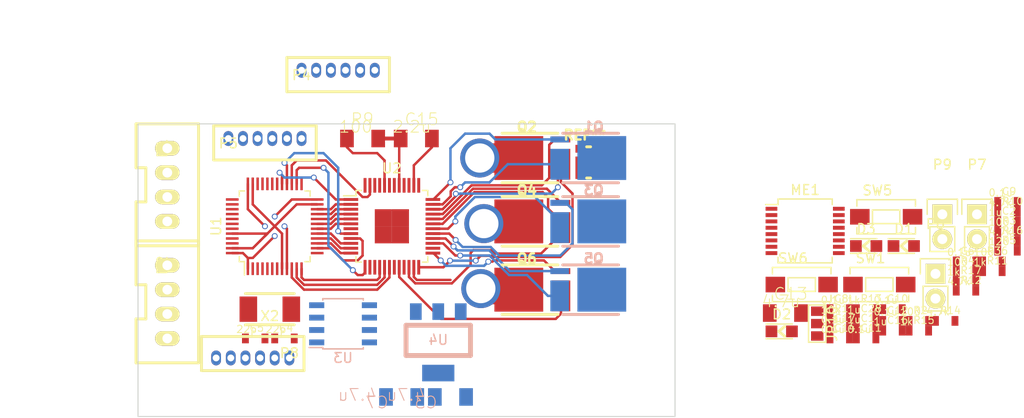
<source format=kicad_pcb>
(kicad_pcb (version 20171130) (host pcbnew "(6.0.0-rc1-dev-445-ga6325aab2)")

  (general
    (thickness 1.6)
    (drawings 6)
    (tracks 269)
    (zones 0)
    (modules 61)
    (nets 78)
  )

  (page A4)
  (layers
    (0 F.Cu signal)
    (31 B.Cu signal)
    (32 B.Adhes user)
    (33 F.Adhes user)
    (34 B.Paste user)
    (35 F.Paste user)
    (36 B.SilkS user)
    (37 F.SilkS user)
    (38 B.Mask user)
    (39 F.Mask user)
    (40 Dwgs.User user)
    (41 Cmts.User user)
    (42 Eco1.User user)
    (43 Eco2.User user)
    (44 Edge.Cuts user)
    (45 Margin user)
    (46 B.CrtYd user)
    (47 F.CrtYd user)
    (48 B.Fab user)
    (49 F.Fab user)
  )

  (setup
    (last_trace_width 0.25)
    (user_trace_width 0.4)
    (user_trace_width 3)
    (trace_clearance 0.1)
    (zone_clearance 0.35)
    (zone_45_only no)
    (trace_min 0.2)
    (via_size 0.6)
    (via_drill 0.4)
    (via_min_size 0.4)
    (via_min_drill 0.3)
    (user_via 1 0.8)
    (user_via 3 2)
    (user_via 4 3)
    (uvia_size 0.3)
    (uvia_drill 0.1)
    (uvias_allowed no)
    (uvia_min_size 0.2)
    (uvia_min_drill 0.1)
    (edge_width 0.1)
    (segment_width 0.2)
    (pcb_text_width 0.3)
    (pcb_text_size 1.5 1.5)
    (mod_edge_width 0.15)
    (mod_text_size 1 1)
    (mod_text_width 0.15)
    (pad_size 1.5 1.5)
    (pad_drill 0.6)
    (pad_to_mask_clearance 0)
    (aux_axis_origin 0 0)
    (grid_origin 88 6.5)
    (visible_elements 7FFDFFFF)
    (pcbplotparams
      (layerselection 0x010f0_80000001)
      (usegerberextensions false)
      (usegerberattributes false)
      (usegerberadvancedattributes false)
      (creategerberjobfile false)
      (excludeedgelayer true)
      (linewidth 0.100000)
      (plotframeref false)
      (viasonmask false)
      (mode 1)
      (useauxorigin false)
      (hpglpennumber 1)
      (hpglpenspeed 20)
      (hpglpendiameter 15.000000)
      (psnegative false)
      (psa4output false)
      (plotreference true)
      (plotvalue true)
      (plotinvisibletext false)
      (padsonsilk false)
      (subtractmaskfromsilk false)
      (outputformat 1)
      (mirror false)
      (drillshape 0)
      (scaleselection 1)
      (outputdirectory ""))
  )

  (net 0 "")
  (net 1 GND)
  (net 2 /NRST)
  (net 3 +3.3V)
  (net 4 /OSC_IN)
  (net 5 /OSC_OUT)
  (net 6 +5V)
  (net 7 "Net-(D1-Pad2)")
  (net 8 "Net-(D2-Pad2)")
  (net 9 "Net-(JP10-Pad2)")
  (net 10 /CAN_L)
  (net 11 /CAN_H)
  (net 12 /SWCLK)
  (net 13 /SWDIO)
  (net 14 /USART_TX)
  (net 15 /USART_RX)
  (net 16 "Net-(P6-Pad2)")
  (net 17 /CAN_RX)
  (net 18 /CAN_TX)
  (net 19 GNDPWR)
  (net 20 "Net-(C1-Pad2)")
  (net 21 "Net-(C2-Pad2)")
  (net 22 "Net-(C12-Pad1)")
  (net 23 "Net-(C12-Pad2)")
  (net 24 "Net-(C14-Pad1)")
  (net 25 "Net-(C14-Pad2)")
  (net 26 "Net-(C15-Pad2)")
  (net 27 "Net-(C16-Pad2)")
  (net 28 /LED_A)
  (net 29 /LED_B)
  (net 30 "Net-(D3-Pad2)")
  (net 31 /GATE_U_H)
  (net 32 /OUT_U)
  (net 33 +BATT)
  (net 34 /GATE_U_L)
  (net 35 /S_U_L)
  (net 36 /GATE_V_H)
  (net 37 /OUT_V)
  (net 38 /GATE_V_L)
  (net 39 /S_V_L)
  (net 40 /GATE_W_H)
  (net 41 /OUT_W)
  (net 42 /GATE_W_L)
  (net 43 /S_W_L)
  (net 44 "Net-(R9-Pad1)")
  (net 45 /CS_U)
  (net 46 /CS_V)
  (net 47 /CS_W)
  (net 48 /BATT_V)
  (net 49 /GD_WAKE)
  (net 50 /nFALUT)
  (net 51 /SPI_SCK)
  (net 52 /SPI_MISO)
  (net 53 /SPI_MOSI)
  (net 54 /SPI_NSS_GD)
  (net 55 /VS_U)
  (net 56 /VS_V)
  (net 57 /VS_W)
  (net 58 /ENC_A)
  (net 59 /ENC_B)
  (net 60 /SPI_NSS_ENC)
  (net 61 /AS_GND)
  (net 62 /AS_3.3V)
  (net 63 /AS_ENC_A)
  (net 64 /AS_ENC_B)
  (net 65 /AS_SPI_MISO)
  (net 66 /AS_SPI_SCK)
  (net 67 /AS_SPI_NSS_ENC)
  (net 68 /GD_EN)
  (net 69 /PWGD)
  (net 70 "Net-(C28-Pad2)")
  (net 71 "Net-(SW5-Pad1)")
  (net 72 "Net-(SW6-Pad1)")
  (net 73 /PWM)
  (net 74 /IN_DWL)
  (net 75 /IN_S0)
  (net 76 /IN_S1)
  (net 77 /IN_S2)

  (net_class Default "これは標準のネット クラスです。"
    (clearance 0.1)
    (trace_width 0.25)
    (via_dia 0.6)
    (via_drill 0.4)
    (uvia_dia 0.3)
    (uvia_drill 0.1)
    (add_net +3.3V)
    (add_net +5V)
    (add_net +BATT)
    (add_net /AS_3.3V)
    (add_net /AS_ENC_A)
    (add_net /AS_ENC_B)
    (add_net /AS_GND)
    (add_net /AS_SPI_MISO)
    (add_net /AS_SPI_NSS_ENC)
    (add_net /AS_SPI_SCK)
    (add_net /BATT_V)
    (add_net /CAN_H)
    (add_net /CAN_L)
    (add_net /CAN_RX)
    (add_net /CAN_TX)
    (add_net /CS_U)
    (add_net /CS_V)
    (add_net /CS_W)
    (add_net /ENC_A)
    (add_net /ENC_B)
    (add_net /GATE_U_H)
    (add_net /GATE_U_L)
    (add_net /GATE_V_H)
    (add_net /GATE_V_L)
    (add_net /GATE_W_H)
    (add_net /GATE_W_L)
    (add_net /GD_EN)
    (add_net /GD_WAKE)
    (add_net /IN_DWL)
    (add_net /IN_S0)
    (add_net /IN_S1)
    (add_net /IN_S2)
    (add_net /LED_A)
    (add_net /LED_B)
    (add_net /NRST)
    (add_net /OSC_IN)
    (add_net /OSC_OUT)
    (add_net /OUT_U)
    (add_net /OUT_V)
    (add_net /OUT_W)
    (add_net /PWGD)
    (add_net /PWM)
    (add_net /SPI_MISO)
    (add_net /SPI_MOSI)
    (add_net /SPI_NSS_ENC)
    (add_net /SPI_NSS_GD)
    (add_net /SPI_SCK)
    (add_net /SWCLK)
    (add_net /SWDIO)
    (add_net /S_U_L)
    (add_net /S_V_L)
    (add_net /S_W_L)
    (add_net /USART_RX)
    (add_net /USART_TX)
    (add_net /VS_U)
    (add_net /VS_V)
    (add_net /VS_W)
    (add_net /nFALUT)
    (add_net GND)
    (add_net GNDPWR)
    (add_net "Net-(C1-Pad2)")
    (add_net "Net-(C12-Pad1)")
    (add_net "Net-(C12-Pad2)")
    (add_net "Net-(C14-Pad1)")
    (add_net "Net-(C14-Pad2)")
    (add_net "Net-(C15-Pad2)")
    (add_net "Net-(C16-Pad2)")
    (add_net "Net-(C2-Pad2)")
    (add_net "Net-(C28-Pad2)")
    (add_net "Net-(D1-Pad2)")
    (add_net "Net-(D2-Pad2)")
    (add_net "Net-(D3-Pad2)")
    (add_net "Net-(JP10-Pad2)")
    (add_net "Net-(P6-Pad2)")
    (add_net "Net-(R9-Pad1)")
    (add_net "Net-(SW5-Pad1)")
    (add_net "Net-(SW6-Pad1)")
  )

  (module TO_SOT_Packages_SMD:DFN56 (layer F.Cu) (tedit 5B83BDE6) (tstamp 5B98F989)
    (at 88 17 90)
    (path /5B0E9BA8)
    (fp_text reference Q6 (at 3.175 -3.175 180) (layer F.SilkS)
      (effects (font (size 1 1) (thickness 0.3)))
    )
    (fp_text value MOSFET_N (at 0 -0.5 90) (layer F.Fab)
      (effects (font (size 1 1) (thickness 0.3)))
    )
    (fp_line (start -2.54 -5.715) (end -2.54 0) (layer F.SilkS) (width 0.3))
    (fp_line (start 2.54 -5.715) (end 2.54 0) (layer F.SilkS) (width 0.3))
    (pad D smd rect (at 0 -4 90) (size 4.5 5) (layers F.Cu F.Paste F.Mask)
      (net 41 /OUT_W))
    (pad S smd rect (at -0.635 0.3175 90) (size 3.16 1.905) (layers F.Cu F.Paste F.Mask)
      (net 43 /S_W_L))
    (pad G smd rect (at 1.905 0.3175 90) (size 0.61 1.905) (layers F.Cu F.Paste F.Mask)
      (net 42 /GATE_W_L))
  )

  (module RP_KiCAD_Libs:C3216_S (layer F.Cu) (tedit 59C0787B) (tstamp 5B483581)
    (at 68 1.5)
    (descr <b>CAPACITOR</b>)
    (path /5B2C19D8)
    (fp_text reference R9 (at -1.27 -1.27) (layer F.SilkS)
      (effects (font (size 1.2065 1.2065) (thickness 0.1016)) (justify left bottom))
    )
    (fp_text value 100 (at -2.5 -0.5) (layer F.SilkS)
      (effects (font (size 1.2065 1.2065) (thickness 0.1016)) (justify left bottom))
    )
    (fp_line (start -0.965 -0.787) (end 0.965 -0.787) (layer Dwgs.User) (width 0.1016))
    (fp_line (start -0.965 0.787) (end 0.965 0.787) (layer Dwgs.User) (width 0.1016))
    (fp_poly (pts (xy -1.7018 0.8509) (xy -0.9517 0.8509) (xy -0.9517 -0.8491) (xy -1.7018 -0.8491)) (layer Dwgs.User) (width 0))
    (fp_poly (pts (xy 0.9517 0.8491) (xy 1.7018 0.8491) (xy 1.7018 -0.8509) (xy 0.9517 -0.8509)) (layer Dwgs.User) (width 0))
    (fp_poly (pts (xy -0.3 0.5001) (xy 0.3 0.5001) (xy 0.3 -0.5001) (xy -0.3 -0.5001)) (layer F.Adhes) (width 0))
    (pad 1 smd rect (at -1.6 0) (size 1.4 1.8) (layers F.Cu F.Paste F.Mask)
      (net 44 "Net-(R9-Pad1)"))
    (pad 2 smd rect (at 1.6 0) (size 1.4 1.8) (layers F.Cu F.Paste F.Mask)
      (net 33 +BATT))
    (model Resistors_SMD.3dshapes/R_1206.wrl
      (at (xyz 0 0 0))
      (scale (xyz 1 1 1))
      (rotate (xyz 0 0 0))
    )
  )

  (module Housings_QFP:LQFP-48_7x7mm_Pitch0.5mm (layer F.Cu) (tedit 54130A77) (tstamp 5B483661)
    (at 59 10.5 90)
    (descr "48 LEAD LQFP 7x7mm (see MICREL LQFP7x7-48LD-PL-1.pdf)")
    (tags "QFP 0.5")
    (path /5773BC88)
    (attr smd)
    (fp_text reference U1 (at 0 -6 90) (layer F.SilkS)
      (effects (font (size 1 1) (thickness 0.15)))
    )
    (fp_text value STM32F103_48 (at 0 6 90) (layer F.Fab)
      (effects (font (size 1 1) (thickness 0.15)))
    )
    (fp_line (start -5.25 -5.25) (end -5.25 5.25) (layer F.CrtYd) (width 0.05))
    (fp_line (start 5.25 -5.25) (end 5.25 5.25) (layer F.CrtYd) (width 0.05))
    (fp_line (start -5.25 -5.25) (end 5.25 -5.25) (layer F.CrtYd) (width 0.05))
    (fp_line (start -5.25 5.25) (end 5.25 5.25) (layer F.CrtYd) (width 0.05))
    (fp_line (start -3.625 -3.625) (end -3.625 -3.1) (layer F.SilkS) (width 0.15))
    (fp_line (start 3.625 -3.625) (end 3.625 -3.1) (layer F.SilkS) (width 0.15))
    (fp_line (start 3.625 3.625) (end 3.625 3.1) (layer F.SilkS) (width 0.15))
    (fp_line (start -3.625 3.625) (end -3.625 3.1) (layer F.SilkS) (width 0.15))
    (fp_line (start -3.625 -3.625) (end -3.1 -3.625) (layer F.SilkS) (width 0.15))
    (fp_line (start -3.625 3.625) (end -3.1 3.625) (layer F.SilkS) (width 0.15))
    (fp_line (start 3.625 3.625) (end 3.1 3.625) (layer F.SilkS) (width 0.15))
    (fp_line (start 3.625 -3.625) (end 3.1 -3.625) (layer F.SilkS) (width 0.15))
    (fp_line (start -3.625 -3.1) (end -5 -3.1) (layer F.SilkS) (width 0.15))
    (pad 1 smd rect (at -4.35 -2.75 90) (size 1.3 0.25) (layers F.Cu F.Paste F.Mask)
      (net 3 +3.3V))
    (pad 2 smd rect (at -4.35 -2.25 90) (size 1.3 0.25) (layers F.Cu F.Paste F.Mask))
    (pad 3 smd rect (at -4.35 -1.75 90) (size 1.3 0.25) (layers F.Cu F.Paste F.Mask)
      (net 28 /LED_A))
    (pad 4 smd rect (at -4.35 -1.25 90) (size 1.3 0.25) (layers F.Cu F.Paste F.Mask)
      (net 29 /LED_B))
    (pad 5 smd rect (at -4.35 -0.75 90) (size 1.3 0.25) (layers F.Cu F.Paste F.Mask)
      (net 4 /OSC_IN))
    (pad 6 smd rect (at -4.35 -0.25 90) (size 1.3 0.25) (layers F.Cu F.Paste F.Mask)
      (net 5 /OSC_OUT))
    (pad 7 smd rect (at -4.35 0.25 90) (size 1.3 0.25) (layers F.Cu F.Paste F.Mask)
      (net 2 /NRST))
    (pad 8 smd rect (at -4.35 0.75 90) (size 1.3 0.25) (layers F.Cu F.Paste F.Mask)
      (net 1 GND))
    (pad 9 smd rect (at -4.35 1.25 90) (size 1.3 0.25) (layers F.Cu F.Paste F.Mask)
      (net 3 +3.3V))
    (pad 10 smd rect (at -4.35 1.75 90) (size 1.3 0.25) (layers F.Cu F.Paste F.Mask)
      (net 47 /CS_W))
    (pad 11 smd rect (at -4.35 2.25 90) (size 1.3 0.25) (layers F.Cu F.Paste F.Mask)
      (net 46 /CS_V))
    (pad 12 smd rect (at -4.35 2.75 90) (size 1.3 0.25) (layers F.Cu F.Paste F.Mask)
      (net 45 /CS_U))
    (pad 13 smd rect (at -2.75 4.35 180) (size 1.3 0.25) (layers F.Cu F.Paste F.Mask)
      (net 48 /BATT_V))
    (pad 14 smd rect (at -2.25 4.35 180) (size 1.3 0.25) (layers F.Cu F.Paste F.Mask)
      (net 54 /SPI_NSS_GD))
    (pad 15 smd rect (at -1.75 4.35 180) (size 1.3 0.25) (layers F.Cu F.Paste F.Mask)
      (net 51 /SPI_SCK))
    (pad 16 smd rect (at -1.25 4.35 180) (size 1.3 0.25) (layers F.Cu F.Paste F.Mask)
      (net 52 /SPI_MISO))
    (pad 17 smd rect (at -0.75 4.35 180) (size 1.3 0.25) (layers F.Cu F.Paste F.Mask)
      (net 53 /SPI_MOSI))
    (pad 18 smd rect (at -0.25 4.35 180) (size 1.3 0.25) (layers F.Cu F.Paste F.Mask)
      (net 74 /IN_DWL))
    (pad 19 smd rect (at 0.25 4.35 180) (size 1.3 0.25) (layers F.Cu F.Paste F.Mask)
      (net 77 /IN_S2))
    (pad 20 smd rect (at 0.75 4.35 180) (size 1.3 0.25) (layers F.Cu F.Paste F.Mask)
      (net 76 /IN_S1))
    (pad 21 smd rect (at 1.25 4.35 180) (size 1.3 0.25) (layers F.Cu F.Paste F.Mask)
      (net 75 /IN_S0))
    (pad 22 smd rect (at 1.75 4.35 180) (size 1.3 0.25) (layers F.Cu F.Paste F.Mask)
      (net 73 /PWM))
    (pad 23 smd rect (at 2.25 4.35 180) (size 1.3 0.25) (layers F.Cu F.Paste F.Mask)
      (net 1 GND))
    (pad 24 smd rect (at 2.75 4.35 180) (size 1.3 0.25) (layers F.Cu F.Paste F.Mask)
      (net 3 +3.3V))
    (pad 25 smd rect (at 4.35 2.75 90) (size 1.3 0.25) (layers F.Cu F.Paste F.Mask)
      (net 60 /SPI_NSS_ENC))
    (pad 26 smd rect (at 4.35 2.25 90) (size 1.3 0.25) (layers F.Cu F.Paste F.Mask)
      (net 69 /PWGD))
    (pad 27 smd rect (at 4.35 1.75 90) (size 1.3 0.25) (layers F.Cu F.Paste F.Mask)
      (net 49 /GD_WAKE))
    (pad 28 smd rect (at 4.35 1.25 90) (size 1.3 0.25) (layers F.Cu F.Paste F.Mask)
      (net 50 /nFALUT))
    (pad 29 smd rect (at 4.35 0.75 90) (size 1.3 0.25) (layers F.Cu F.Paste F.Mask)
      (net 68 /GD_EN))
    (pad 30 smd rect (at 4.35 0.25 90) (size 1.3 0.25) (layers F.Cu F.Paste F.Mask)
      (net 14 /USART_TX))
    (pad 31 smd rect (at 4.35 -0.25 90) (size 1.3 0.25) (layers F.Cu F.Paste F.Mask)
      (net 15 /USART_RX))
    (pad 32 smd rect (at 4.35 -0.75 90) (size 1.3 0.25) (layers F.Cu F.Paste F.Mask)
      (net 17 /CAN_RX))
    (pad 33 smd rect (at 4.35 -1.25 90) (size 1.3 0.25) (layers F.Cu F.Paste F.Mask)
      (net 18 /CAN_TX))
    (pad 34 smd rect (at 4.35 -1.75 90) (size 1.3 0.25) (layers F.Cu F.Paste F.Mask)
      (net 13 /SWDIO))
    (pad 35 smd rect (at 4.35 -2.25 90) (size 1.3 0.25) (layers F.Cu F.Paste F.Mask)
      (net 1 GND))
    (pad 36 smd rect (at 4.35 -2.75 90) (size 1.3 0.25) (layers F.Cu F.Paste F.Mask)
      (net 3 +3.3V))
    (pad 37 smd rect (at 2.75 -4.35 180) (size 1.3 0.25) (layers F.Cu F.Paste F.Mask)
      (net 12 /SWCLK))
    (pad 38 smd rect (at 2.25 -4.35 180) (size 1.3 0.25) (layers F.Cu F.Paste F.Mask)
      (net 72 "Net-(SW6-Pad1)"))
    (pad 39 smd rect (at 1.75 -4.35 180) (size 1.3 0.25) (layers F.Cu F.Paste F.Mask)
      (net 71 "Net-(SW5-Pad1)"))
    (pad 40 smd rect (at 1.25 -4.35 180) (size 1.3 0.25) (layers F.Cu F.Paste F.Mask))
    (pad 41 smd rect (at 0.75 -4.35 180) (size 1.3 0.25) (layers F.Cu F.Paste F.Mask))
    (pad 42 smd rect (at 0.25 -4.35 180) (size 1.3 0.25) (layers F.Cu F.Paste F.Mask)
      (net 58 /ENC_A))
    (pad 43 smd rect (at -0.25 -4.35 180) (size 1.3 0.25) (layers F.Cu F.Paste F.Mask)
      (net 59 /ENC_B))
    (pad 44 smd rect (at -0.75 -4.35 180) (size 1.3 0.25) (layers F.Cu F.Paste F.Mask)
      (net 1 GND))
    (pad 45 smd rect (at -1.25 -4.35 180) (size 1.3 0.25) (layers F.Cu F.Paste F.Mask))
    (pad 46 smd rect (at -1.75 -4.35 180) (size 1.3 0.25) (layers F.Cu F.Paste F.Mask))
    (pad 47 smd rect (at -2.25 -4.35 180) (size 1.3 0.25) (layers F.Cu F.Paste F.Mask)
      (net 1 GND))
    (pad 48 smd rect (at -2.75 -4.35 180) (size 1.3 0.25) (layers F.Cu F.Paste F.Mask)
      (net 3 +3.3V))
    (model Housings_QFP.3dshapes/LQFP-48_7x7mm_Pitch0.5mm.wrl
      (at (xyz 0 0 0))
      (scale (xyz 1 1 1))
      (rotate (xyz 0 0 0))
    )
  )

  (module Housings_QFP:TQFP-48-1EP_7x7mm_Pitch0.5mm (layer F.Cu) (tedit 54130A77) (tstamp 5B4836A6)
    (at 71 10.5)
    (descr "48-Lead Thin Quad Flatpack (PT) - 7x7x1.0 mm Body [TQFP] With Exposed Pad (see Microchip Packaging Specification 00000049BS.pdf)")
    (tags "QFP 0.5")
    (path /5B2A5386)
    (attr smd)
    (fp_text reference U2 (at 0 -5.95) (layer F.SilkS)
      (effects (font (size 1 1) (thickness 0.15)))
    )
    (fp_text value DRV8305 (at 0 5.95) (layer F.Fab)
      (effects (font (size 1 1) (thickness 0.15)))
    )
    (fp_line (start -5.2 -5.2) (end -5.2 5.2) (layer F.CrtYd) (width 0.05))
    (fp_line (start 5.2 -5.2) (end 5.2 5.2) (layer F.CrtYd) (width 0.05))
    (fp_line (start -5.2 -5.2) (end 5.2 -5.2) (layer F.CrtYd) (width 0.05))
    (fp_line (start -5.2 5.2) (end 5.2 5.2) (layer F.CrtYd) (width 0.05))
    (fp_line (start -3.675 -3.675) (end -3.675 -3.125) (layer F.SilkS) (width 0.15))
    (fp_line (start 3.675 -3.675) (end 3.675 -3.125) (layer F.SilkS) (width 0.15))
    (fp_line (start 3.675 3.675) (end 3.675 3.125) (layer F.SilkS) (width 0.15))
    (fp_line (start -3.675 3.675) (end -3.675 3.125) (layer F.SilkS) (width 0.15))
    (fp_line (start -3.675 -3.675) (end -3.125 -3.675) (layer F.SilkS) (width 0.15))
    (fp_line (start -3.675 3.675) (end -3.125 3.675) (layer F.SilkS) (width 0.15))
    (fp_line (start 3.675 3.675) (end 3.125 3.675) (layer F.SilkS) (width 0.15))
    (fp_line (start 3.675 -3.675) (end 3.125 -3.675) (layer F.SilkS) (width 0.15))
    (fp_line (start -3.675 -3.125) (end -4.95 -3.125) (layer F.SilkS) (width 0.15))
    (pad 1 smd rect (at -4.2 -2.75) (size 1.5 0.3) (layers F.Cu F.Paste F.Mask)
      (net 68 /GD_EN))
    (pad 2 smd rect (at -4.2 -2.25) (size 1.5 0.3) (layers F.Cu F.Paste F.Mask)
      (net 73 /PWM))
    (pad 3 smd rect (at -4.2 -1.75) (size 1.5 0.3) (layers F.Cu F.Paste F.Mask)
      (net 75 /IN_S0))
    (pad 4 smd rect (at -4.2 -1.25) (size 1.5 0.3) (layers F.Cu F.Paste F.Mask)
      (net 76 /IN_S1))
    (pad 5 smd rect (at -4.2 -0.75) (size 1.5 0.3) (layers F.Cu F.Paste F.Mask)
      (net 77 /IN_S2))
    (pad 6 smd rect (at -4.2 -0.25) (size 1.5 0.3) (layers F.Cu F.Paste F.Mask)
      (net 74 /IN_DWL))
    (pad 7 smd rect (at -4.2 0.25) (size 1.5 0.3) (layers F.Cu F.Paste F.Mask))
    (pad 8 smd rect (at -4.2 0.75) (size 1.5 0.3) (layers F.Cu F.Paste F.Mask)
      (net 50 /nFALUT))
    (pad 9 smd rect (at -4.2 1.25) (size 1.5 0.3) (layers F.Cu F.Paste F.Mask)
      (net 54 /SPI_NSS_GD))
    (pad 10 smd rect (at -4.2 1.75) (size 1.5 0.3) (layers F.Cu F.Paste F.Mask)
      (net 53 /SPI_MOSI))
    (pad 11 smd rect (at -4.2 2.25) (size 1.5 0.3) (layers F.Cu F.Paste F.Mask)
      (net 52 /SPI_MISO))
    (pad 12 smd rect (at -4.2 2.75) (size 1.5 0.3) (layers F.Cu F.Paste F.Mask)
      (net 51 /SPI_SCK))
    (pad 13 smd rect (at -2.75 4.2 90) (size 1.5 0.3) (layers F.Cu F.Paste F.Mask)
      (net 69 /PWGD))
    (pad 14 smd rect (at -2.25 4.2 90) (size 1.5 0.3) (layers F.Cu F.Paste F.Mask)
      (net 1 GND))
    (pad 15 smd rect (at -1.75 4.2 90) (size 1.5 0.3) (layers F.Cu F.Paste F.Mask)
      (net 21 "Net-(C2-Pad2)"))
    (pad 16 smd rect (at -1.25 4.2 90) (size 1.5 0.3) (layers F.Cu F.Paste F.Mask)
      (net 45 /CS_U))
    (pad 17 smd rect (at -0.75 4.2 90) (size 1.5 0.3) (layers F.Cu F.Paste F.Mask)
      (net 46 /CS_V))
    (pad 18 smd rect (at -0.25 4.2 90) (size 1.5 0.3) (layers F.Cu F.Paste F.Mask)
      (net 47 /CS_W))
    (pad 19 smd rect (at 0.25 4.2 90) (size 1.5 0.3) (layers F.Cu F.Paste F.Mask)
      (net 19 GNDPWR))
    (pad 20 smd rect (at 0.75 4.2 90) (size 1.5 0.3) (layers F.Cu F.Paste F.Mask)
      (net 43 /S_W_L))
    (pad 21 smd rect (at 1.25 4.2 90) (size 1.5 0.3) (layers F.Cu F.Paste F.Mask)
      (net 19 GNDPWR))
    (pad 22 smd rect (at 1.75 4.2 90) (size 1.5 0.3) (layers F.Cu F.Paste F.Mask)
      (net 39 /S_V_L))
    (pad 23 smd rect (at 2.25 4.2 90) (size 1.5 0.3) (layers F.Cu F.Paste F.Mask)
      (net 19 GNDPWR))
    (pad 24 smd rect (at 2.75 4.2 90) (size 1.5 0.3) (layers F.Cu F.Paste F.Mask)
      (net 35 /S_U_L))
    (pad 25 smd rect (at 4.2 2.75) (size 1.5 0.3) (layers F.Cu F.Paste F.Mask)
      (net 42 /GATE_W_L))
    (pad 26 smd rect (at 4.2 2.25) (size 1.5 0.3) (layers F.Cu F.Paste F.Mask)
      (net 43 /S_W_L))
    (pad 27 smd rect (at 4.2 1.75) (size 1.5 0.3) (layers F.Cu F.Paste F.Mask)
      (net 41 /OUT_W))
    (pad 28 smd rect (at 4.2 1.25) (size 1.5 0.3) (layers F.Cu F.Paste F.Mask)
      (net 40 /GATE_W_H))
    (pad 29 smd rect (at 4.2 0.75) (size 1.5 0.3) (layers F.Cu F.Paste F.Mask)
      (net 36 /GATE_V_H))
    (pad 30 smd rect (at 4.2 0.25) (size 1.5 0.3) (layers F.Cu F.Paste F.Mask)
      (net 37 /OUT_V))
    (pad 31 smd rect (at 4.2 -0.25) (size 1.5 0.3) (layers F.Cu F.Paste F.Mask)
      (net 39 /S_V_L))
    (pad 32 smd rect (at 4.2 -0.75) (size 1.5 0.3) (layers F.Cu F.Paste F.Mask)
      (net 38 /GATE_V_L))
    (pad 33 smd rect (at 4.2 -1.25) (size 1.5 0.3) (layers F.Cu F.Paste F.Mask)
      (net 34 /GATE_U_L))
    (pad 34 smd rect (at 4.2 -1.75) (size 1.5 0.3) (layers F.Cu F.Paste F.Mask)
      (net 35 /S_U_L))
    (pad 35 smd rect (at 4.2 -2.25) (size 1.5 0.3) (layers F.Cu F.Paste F.Mask)
      (net 32 /OUT_U))
    (pad 36 smd rect (at 4.2 -2.75) (size 1.5 0.3) (layers F.Cu F.Paste F.Mask)
      (net 31 /GATE_U_H))
    (pad 37 smd rect (at 2.75 -4.2 90) (size 1.5 0.3) (layers F.Cu F.Paste F.Mask)
      (net 27 "Net-(C16-Pad2)"))
    (pad 38 smd rect (at 2.25 -4.2 90) (size 1.5 0.3) (layers F.Cu F.Paste F.Mask)
      (net 26 "Net-(C15-Pad2)"))
    (pad 39 smd rect (at 1.75 -4.2 90) (size 1.5 0.3) (layers F.Cu F.Paste F.Mask)
      (net 25 "Net-(C14-Pad2)"))
    (pad 40 smd rect (at 1.25 -4.2 90) (size 1.5 0.3) (layers F.Cu F.Paste F.Mask)
      (net 24 "Net-(C14-Pad1)"))
    (pad 41 smd rect (at 0.75 -4.2 90) (size 1.5 0.3) (layers F.Cu F.Paste F.Mask)
      (net 33 +BATT))
    (pad 42 smd rect (at 0.25 -4.2 90) (size 1.5 0.3) (layers F.Cu F.Paste F.Mask)
      (net 23 "Net-(C12-Pad2)"))
    (pad 43 smd rect (at -0.25 -4.2 90) (size 1.5 0.3) (layers F.Cu F.Paste F.Mask)
      (net 22 "Net-(C12-Pad1)"))
    (pad 44 smd rect (at -0.75 -4.2 90) (size 1.5 0.3) (layers F.Cu F.Paste F.Mask)
      (net 44 "Net-(R9-Pad1)"))
    (pad 45 smd rect (at -1.25 -4.2 90) (size 1.5 0.3) (layers F.Cu F.Paste F.Mask)
      (net 1 GND))
    (pad 46 smd rect (at -1.75 -4.2 90) (size 1.5 0.3) (layers F.Cu F.Paste F.Mask)
      (net 20 "Net-(C1-Pad2)"))
    (pad 47 smd rect (at -2.25 -4.2 90) (size 1.5 0.3) (layers F.Cu F.Paste F.Mask)
      (net 49 /GD_WAKE))
    (pad 48 smd rect (at -2.75 -4.2 90) (size 1.5 0.3) (layers F.Cu F.Paste F.Mask)
      (net 70 "Net-(C28-Pad2)"))
    (pad 49 smd rect (at 0.875 0.875) (size 1.75 1.75) (layers F.Cu F.Paste F.Mask)
      (net 1 GND) (solder_paste_margin_ratio -0.2))
    (pad 49 smd rect (at 0.875 -0.875) (size 1.75 1.75) (layers F.Cu F.Paste F.Mask)
      (net 1 GND) (solder_paste_margin_ratio -0.2))
    (pad 49 smd rect (at -0.875 0.875) (size 1.75 1.75) (layers F.Cu F.Paste F.Mask)
      (net 1 GND) (solder_paste_margin_ratio -0.2))
    (pad 49 smd rect (at -0.875 -0.875) (size 1.75 1.75) (layers F.Cu F.Paste F.Mask)
      (net 1 GND) (solder_paste_margin_ratio -0.2))
    (model Housings_QFP.3dshapes/TQFP-48-1EP_7x7mm_Pitch0.5mm.wrl
      (at (xyz 0 0 0))
      (scale (xyz 1 1 1))
      (rotate (xyz 0 0 0))
    )
  )

  (module TO_SOT_Packages_SMD:SOT-223_reg (layer B.Cu) (tedit 57D7553B) (tstamp 5B4836C9)
    (at 75.75 19.25)
    (path /5815D36E)
    (fp_text reference U4 (at 0 2.9) (layer B.SilkS)
      (effects (font (size 1 1) (thickness 0.15)) (justify mirror))
    )
    (fp_text value NCP1117ST50T3G (at 0 -1.7) (layer B.Fab)
      (effects (font (size 1 1) (thickness 0.15)) (justify mirror))
    )
    (fp_line (start 3.3 4.5) (end 3.3 1.4) (layer B.SilkS) (width 0.5))
    (fp_line (start -3.3 4.5) (end -3.3 1.4) (layer B.SilkS) (width 0.5))
    (fp_line (start -3.3 1.4) (end 3.3 1.4) (layer B.SilkS) (width 0.5))
    (fp_line (start -3.3 4.5) (end 3.3 4.5) (layer B.SilkS) (width 0.5))
    (pad 1 smd rect (at -2.3 0) (size 1.2 1.7) (layers B.Cu B.Paste B.Mask)
      (net 1 GND))
    (pad 2 smd rect (at 0 0) (size 1.2 1.7) (layers B.Cu B.Paste B.Mask)
      (net 3 +3.3V))
    (pad 3 smd rect (at 2.3 0) (size 1.2 1.7) (layers B.Cu B.Paste B.Mask)
      (net 6 +5V))
    (pad 2 smd rect (at 0 6.3) (size 3.3 1.7) (layers B.Cu B.Paste B.Mask)
      (net 3 +3.3V))
    (model TO_SOT_Packages_SMD.3dshapes/SOT-223.wrl
      (offset (xyz 0 3.047999954223633 0))
      (scale (xyz 0.39 0.39 0.39))
      (rotate (xyz 0 0 0))
    )
  )

  (module Crystals:ABM3_2pads (layer F.Cu) (tedit 588219AC) (tstamp 5B4836D1)
    (at 58.5 19)
    (path /5773C371)
    (fp_text reference X2 (at 0 0.7) (layer F.SilkS)
      (effects (font (size 1 1) (thickness 0.15)))
    )
    (fp_text value CRYSTAL (at 0 -0.6) (layer F.Fab)
      (effects (font (size 1 1) (thickness 0.15)))
    )
    (fp_line (start -2.5 1.6) (end 2.5 1.6) (layer F.SilkS) (width 0.3))
    (fp_line (start -2.5 -1.6) (end 2.5 -1.6) (layer F.SilkS) (width 0.3))
    (pad 1 smd rect (at -2.2 0) (size 1.8 2.6) (layers F.Cu F.Paste F.Mask)
      (net 4 /OSC_IN))
    (pad 2 smd rect (at 2.2 0) (size 1.8 2.6) (layers F.Cu F.Paste F.Mask)
      (net 5 /OSC_OUT))
    (model crystal/crystal_smd_5x3.2mm.wrl
      (at (xyz 0 0 0))
      (scale (xyz 1 1 1))
      (rotate (xyz 0 0 0))
    )
  )

  (module Housings_SOIC:SOIC-8_3.9x4.9mm_Pitch1.27mm (layer B.Cu) (tedit 59C078EE) (tstamp 5B4836BD)
    (at 66 20.5)
    (descr "8-Lead Plastic Small Outline (SN) - Narrow, 3.90 mm Body [SOIC] (see Microchip Packaging Specification 00000049BS.pdf)")
    (tags "SOIC 1.27")
    (path /57DCC3FC)
    (attr smd)
    (fp_text reference U3 (at 0 3.5) (layer B.SilkS)
      (effects (font (size 1 1) (thickness 0.15)) (justify mirror))
    )
    (fp_text value MAX3051 (at 0 -3.5) (layer B.Fab)
      (effects (font (size 1 1) (thickness 0.15)) (justify mirror))
    )
    (fp_line (start -3.75 2.75) (end -3.75 -2.75) (layer B.CrtYd) (width 0.05))
    (fp_line (start 3.75 2.75) (end 3.75 -2.75) (layer B.CrtYd) (width 0.05))
    (fp_line (start -3.75 2.75) (end 3.75 2.75) (layer B.CrtYd) (width 0.05))
    (fp_line (start -3.75 -2.75) (end 3.75 -2.75) (layer B.CrtYd) (width 0.05))
    (fp_line (start -2.075 2.575) (end -2.075 2.43) (layer B.SilkS) (width 0.15))
    (fp_line (start 2.075 2.575) (end 2.075 2.43) (layer B.SilkS) (width 0.15))
    (fp_line (start 2.075 -2.575) (end 2.075 -2.43) (layer B.SilkS) (width 0.15))
    (fp_line (start -2.075 -2.575) (end -2.075 -2.43) (layer B.SilkS) (width 0.15))
    (fp_line (start -2.075 2.575) (end 2.075 2.575) (layer B.SilkS) (width 0.15))
    (fp_line (start -2.075 -2.575) (end 2.075 -2.575) (layer B.SilkS) (width 0.15))
    (fp_line (start -2.075 2.43) (end -3.475 2.43) (layer B.SilkS) (width 0.15))
    (pad 1 smd rect (at -2.7 1.905) (size 1.55 0.6) (layers B.Cu B.Paste B.Mask)
      (net 18 /CAN_TX))
    (pad 2 smd rect (at -2.7 0.635) (size 1.55 0.6) (layers B.Cu B.Paste B.Mask)
      (net 1 GND))
    (pad 3 smd rect (at -2.7 -0.635) (size 1.55 0.6) (layers B.Cu B.Paste B.Mask)
      (net 3 +3.3V))
    (pad 4 smd rect (at -2.7 -1.905) (size 1.55 0.6) (layers B.Cu B.Paste B.Mask)
      (net 17 /CAN_RX))
    (pad 5 smd rect (at 2.7 -1.905) (size 1.55 0.6) (layers B.Cu B.Paste B.Mask)
      (net 1 GND))
    (pad 6 smd rect (at 2.7 -0.635) (size 1.55 0.6) (layers B.Cu B.Paste B.Mask)
      (net 10 /CAN_L))
    (pad 7 smd rect (at 2.7 0.635) (size 1.55 0.6) (layers B.Cu B.Paste B.Mask)
      (net 11 /CAN_H))
    (pad 8 smd rect (at 2.7 1.905) (size 1.55 0.6) (layers B.Cu B.Paste B.Mask)
      (net 1 GND))
    (model Housings_SOIC.3dshapes/SOIC-8_3.9x4.9mm_Pitch1.27mm.wrl
      (at (xyz 0 0 0))
      (scale (xyz 1 1 1))
      (rotate (xyz 0 0 0))
    )
  )

  (module RP_KiCAD_Libs:C1608_WP_S (layer F.Cu) (tedit 5A86BCF4) (tstamp 5B483343)
    (at 57 22)
    (descr <b>CAPACITOR</b>)
    (path /5773C36B)
    (fp_text reference C5 (at -0.635 -0.635) (layer F.SilkS)
      (effects (font (size 0.75 0.75) (thickness 0.1)) (justify left bottom))
    )
    (fp_text value 22p (at -2 -0.5) (layer F.SilkS)
      (effects (font (size 0.75 0.75) (thickness 0.1)) (justify left bottom))
    )
    (fp_line (start -0.356 -0.432) (end 0.356 -0.432) (layer Dwgs.User) (width 0.1016))
    (fp_line (start -0.356 0.419) (end 0.356 0.419) (layer Dwgs.User) (width 0.1016))
    (fp_poly (pts (xy -0.8382 0.4699) (xy -0.3381 0.4699) (xy -0.3381 -0.4801) (xy -0.8382 -0.4801)) (layer Dwgs.User) (width 0))
    (fp_poly (pts (xy 0.3302 0.4699) (xy 0.8303 0.4699) (xy 0.8303 -0.4801) (xy 0.3302 -0.4801)) (layer Dwgs.User) (width 0))
    (fp_poly (pts (xy -0.1999 0.3) (xy 0.1999 0.3) (xy 0.1999 -0.3) (xy -0.1999 -0.3)) (layer F.Adhes) (width 0))
    (pad 1 smd rect (at -1 0) (size 0.7 1) (layers F.Cu F.Paste F.Mask)
      (net 5 /OSC_OUT))
    (pad 2 smd rect (at 1 0) (size 0.7 1) (layers F.Cu F.Paste F.Mask)
      (net 1 GND))
    (model Resistors_SMD.3dshapes/R_0603.wrl
      (at (xyz 0 0 0))
      (scale (xyz 1 1 1))
      (rotate (xyz 0 0 0))
    )
  )

  (module RP_KiCAD_Libs:C1608_WP_S (layer F.Cu) (tedit 5A86BCF4) (tstamp 5B483338)
    (at 60 22)
    (descr <b>CAPACITOR</b>)
    (path /5773C365)
    (fp_text reference C4 (at -0.635 -0.635) (layer F.SilkS)
      (effects (font (size 0.75 0.75) (thickness 0.1)) (justify left bottom))
    )
    (fp_text value 22p (at -2 -0.5) (layer F.SilkS)
      (effects (font (size 0.75 0.75) (thickness 0.1)) (justify left bottom))
    )
    (fp_line (start -0.356 -0.432) (end 0.356 -0.432) (layer Dwgs.User) (width 0.1016))
    (fp_line (start -0.356 0.419) (end 0.356 0.419) (layer Dwgs.User) (width 0.1016))
    (fp_poly (pts (xy -0.8382 0.4699) (xy -0.3381 0.4699) (xy -0.3381 -0.4801) (xy -0.8382 -0.4801)) (layer Dwgs.User) (width 0))
    (fp_poly (pts (xy 0.3302 0.4699) (xy 0.8303 0.4699) (xy 0.8303 -0.4801) (xy 0.3302 -0.4801)) (layer Dwgs.User) (width 0))
    (fp_poly (pts (xy -0.1999 0.3) (xy 0.1999 0.3) (xy 0.1999 -0.3) (xy -0.1999 -0.3)) (layer F.Adhes) (width 0))
    (pad 1 smd rect (at -1 0) (size 0.7 1) (layers F.Cu F.Paste F.Mask)
      (net 4 /OSC_IN))
    (pad 2 smd rect (at 1 0) (size 0.7 1) (layers F.Cu F.Paste F.Mask)
      (net 1 GND))
    (model Resistors_SMD.3dshapes/R_0603.wrl
      (at (xyz 0 0 0))
      (scale (xyz 1 1 1))
      (rotate (xyz 0 0 0))
    )
  )

  (module RP_KiCAD_Connector:ZH_6T (layer F.Cu) (tedit 585B7582) (tstamp 5B483462)
    (at 54.25 1.5)
    (path /57DDCDDC)
    (fp_text reference P5 (at 0 0.5) (layer F.SilkS)
      (effects (font (size 1 1) (thickness 0.15)))
    )
    (fp_text value CONN_01X06 (at 3.5 1.5) (layer F.Fab)
      (effects (font (size 1 1) (thickness 0.15)))
    )
    (fp_line (start -1.5 -1.3) (end 9 -1.3) (layer F.SilkS) (width 0.3))
    (fp_line (start 9 -1.3) (end 9 2.2) (layer F.SilkS) (width 0.3))
    (fp_line (start 9 2.2) (end -1.5 2.2) (layer F.SilkS) (width 0.3))
    (fp_line (start -1.5 2.2) (end -1.5 -1.3) (layer F.SilkS) (width 0.3))
    (pad 1 thru_hole oval (at 0 0) (size 1 1.524) (drill 0.7) (layers *.Cu *.Mask)
      (net 1 GND))
    (pad 2 thru_hole oval (at 1.5 0) (size 1 1.524) (drill 0.7) (layers *.Cu *.Mask)
      (net 9 "Net-(JP10-Pad2)"))
    (pad 3 thru_hole oval (at 3 0) (size 1 1.524) (drill 0.7) (layers *.Cu *.Mask)
      (net 12 /SWCLK))
    (pad 4 thru_hole oval (at 4.5 0) (size 1 1.524) (drill 0.7) (layers *.Cu *.Mask)
      (net 13 /SWDIO))
    (pad 5 thru_hole oval (at 6 0) (size 1 1.524) (drill 0.7) (layers *.Cu *.Mask)
      (net 14 /USART_TX))
    (pad 6 thru_hole oval (at 7.5 0) (size 1 1.524) (drill 0.7) (layers *.Cu *.Mask)
      (net 15 /USART_RX))
    (model conn_ZRandZH/ZH_6T.wrl
      (offset (xyz 3.75919994354248 1.269999980926514 0))
      (scale (xyz 4 4 4))
      (rotate (xyz -90 0 180))
    )
  )

  (module RP_KiCAD_Connector:ZH_6T (layer F.Cu) (tedit 585B7582) (tstamp 5B483492)
    (at 60.5 24 180)
    (path /5B2BA4FF)
    (fp_text reference P8 (at 0 0.5 180) (layer F.SilkS)
      (effects (font (size 1 1) (thickness 0.15)))
    )
    (fp_text value CONN_01X06 (at 3.5 1.5 180) (layer F.Fab)
      (effects (font (size 1 1) (thickness 0.15)))
    )
    (fp_line (start -1.5 -1.3) (end 9 -1.3) (layer F.SilkS) (width 0.3))
    (fp_line (start 9 -1.3) (end 9 2.2) (layer F.SilkS) (width 0.3))
    (fp_line (start 9 2.2) (end -1.5 2.2) (layer F.SilkS) (width 0.3))
    (fp_line (start -1.5 2.2) (end -1.5 -1.3) (layer F.SilkS) (width 0.3))
    (pad 1 thru_hole oval (at 0 0 180) (size 1 1.524) (drill 0.7) (layers *.Cu *.Mask)
      (net 61 /AS_GND))
    (pad 2 thru_hole oval (at 1.5 0 180) (size 1 1.524) (drill 0.7) (layers *.Cu *.Mask)
      (net 62 /AS_3.3V))
    (pad 3 thru_hole oval (at 3 0 180) (size 1 1.524) (drill 0.7) (layers *.Cu *.Mask)
      (net 67 /AS_SPI_NSS_ENC))
    (pad 4 thru_hole oval (at 4.5 0 180) (size 1 1.524) (drill 0.7) (layers *.Cu *.Mask)
      (net 66 /AS_SPI_SCK))
    (pad 5 thru_hole oval (at 6 0 180) (size 1 1.524) (drill 0.7) (layers *.Cu *.Mask)
      (net 65 /AS_SPI_MISO))
    (pad 6 thru_hole oval (at 7.5 0 180) (size 1 1.524) (drill 0.7) (layers *.Cu *.Mask))
    (model conn_ZRandZH/ZH_6T.wrl
      (offset (xyz 3.75919994354248 1.269999980926514 0))
      (scale (xyz 4 4 4))
      (rotate (xyz -90 0 180))
    )
  )

  (module RP_KiCAD_Libs:C3216_S (layer F.Cu) (tedit 59C0787B) (tstamp 5B4833B1)
    (at 73.5 1.5)
    (descr <b>CAPACITOR</b>)
    (path /5B2B9188)
    (fp_text reference C15 (at -1.27 -1.27) (layer F.SilkS)
      (effects (font (size 1.2065 1.2065) (thickness 0.1016)) (justify left bottom))
    )
    (fp_text value 2.2u (at -2.5 -0.5) (layer F.SilkS)
      (effects (font (size 1.2065 1.2065) (thickness 0.1016)) (justify left bottom))
    )
    (fp_line (start -0.965 -0.787) (end 0.965 -0.787) (layer Dwgs.User) (width 0.1016))
    (fp_line (start -0.965 0.787) (end 0.965 0.787) (layer Dwgs.User) (width 0.1016))
    (fp_poly (pts (xy -1.7018 0.8509) (xy -0.9517 0.8509) (xy -0.9517 -0.8491) (xy -1.7018 -0.8491)) (layer Dwgs.User) (width 0))
    (fp_poly (pts (xy 0.9517 0.8491) (xy 1.7018 0.8491) (xy 1.7018 -0.8509) (xy 0.9517 -0.8509)) (layer Dwgs.User) (width 0))
    (fp_poly (pts (xy -0.3 0.5001) (xy 0.3 0.5001) (xy 0.3 -0.5001) (xy -0.3 -0.5001)) (layer F.Adhes) (width 0))
    (pad 1 smd rect (at -1.6 0) (size 1.4 1.8) (layers F.Cu F.Paste F.Mask)
      (net 33 +BATT))
    (pad 2 smd rect (at 1.6 0) (size 1.4 1.8) (layers F.Cu F.Paste F.Mask)
      (net 26 "Net-(C15-Pad2)"))
    (model Resistors_SMD.3dshapes/R_1206.wrl
      (at (xyz 0 0 0))
      (scale (xyz 1 1 1))
      (rotate (xyz 0 0 0))
    )
  )

  (module TO_SOT_Packages_SMD:DFN56 (layer F.Cu) (tedit 5B83BDE6) (tstamp 5B98F979)
    (at 88 10 90)
    (path /5B0E9986)
    (fp_text reference Q4 (at 3.175 -3.175 180) (layer F.SilkS)
      (effects (font (size 1 1) (thickness 0.3)))
    )
    (fp_text value MOSFET_N (at 0 -0.5 90) (layer F.Fab)
      (effects (font (size 1 1) (thickness 0.3)))
    )
    (fp_line (start -2.54 -5.715) (end -2.54 0) (layer F.SilkS) (width 0.3))
    (fp_line (start 2.54 -5.715) (end 2.54 0) (layer F.SilkS) (width 0.3))
    (pad D smd rect (at 0 -4 90) (size 4.5 5) (layers F.Cu F.Paste F.Mask)
      (net 37 /OUT_V))
    (pad S smd rect (at -0.635 0.3175 90) (size 3.16 1.905) (layers F.Cu F.Paste F.Mask)
      (net 39 /S_V_L))
    (pad G smd rect (at 1.905 0.3175 90) (size 0.61 1.905) (layers F.Cu F.Paste F.Mask)
      (net 38 /GATE_V_L))
  )

  (module TO_SOT_Packages_SMD:DFN56 (layer F.Cu) (tedit 5B83BDE6) (tstamp 5B98F969)
    (at 88 3.5 90)
    (path /5AFBF72A)
    (fp_text reference Q2 (at 3.175 -3.175 180) (layer F.SilkS)
      (effects (font (size 1 1) (thickness 0.3)))
    )
    (fp_text value MOSFET_N (at 0 -0.5 90) (layer F.Fab)
      (effects (font (size 1 1) (thickness 0.3)))
    )
    (fp_line (start -2.54 -5.715) (end -2.54 0) (layer F.SilkS) (width 0.3))
    (fp_line (start 2.54 -5.715) (end 2.54 0) (layer F.SilkS) (width 0.3))
    (pad D smd rect (at 0 -4 90) (size 4.5 5) (layers F.Cu F.Paste F.Mask)
      (net 32 /OUT_U))
    (pad S smd rect (at -0.635 0.3175 90) (size 3.16 1.905) (layers F.Cu F.Paste F.Mask)
      (net 35 /S_U_L))
    (pad G smd rect (at 1.905 0.3175 90) (size 0.61 1.905) (layers F.Cu F.Paste F.Mask)
      (net 34 /GATE_U_L))
  )

  (module RP_KiCAD_Libs:C3216_S (layer B.Cu) (tedit 59C0787B) (tstamp 5B48332D)
    (at 77 28)
    (descr <b>CAPACITOR</b>)
    (path /5815D48B)
    (fp_text reference C3 (at -1.27 1.27) (layer B.SilkS)
      (effects (font (size 1.2065 1.2065) (thickness 0.1016)) (justify left bottom mirror))
    )
    (fp_text value 4.7u (at -2.5 0.5) (layer B.SilkS)
      (effects (font (size 1.2065 1.2065) (thickness 0.1016)) (justify left bottom mirror))
    )
    (fp_line (start -0.965 0.787) (end 0.965 0.787) (layer Dwgs.User) (width 0.1016))
    (fp_line (start -0.965 -0.787) (end 0.965 -0.787) (layer Dwgs.User) (width 0.1016))
    (fp_poly (pts (xy -1.7018 -0.8509) (xy -0.9517 -0.8509) (xy -0.9517 0.8491) (xy -1.7018 0.8491)) (layer Dwgs.User) (width 0))
    (fp_poly (pts (xy 0.9517 -0.8491) (xy 1.7018 -0.8491) (xy 1.7018 0.8509) (xy 0.9517 0.8509)) (layer Dwgs.User) (width 0))
    (fp_poly (pts (xy -0.3 -0.5001) (xy 0.3 -0.5001) (xy 0.3 0.5001) (xy -0.3 0.5001)) (layer B.Adhes) (width 0))
    (pad 1 smd rect (at -1.6 0) (size 1.4 1.8) (layers B.Cu B.Paste B.Mask)
      (net 3 +3.3V))
    (pad 2 smd rect (at 1.6 0) (size 1.4 1.8) (layers B.Cu B.Paste B.Mask)
      (net 1 GND))
    (model Resistors_SMD.3dshapes/R_1206.wrl
      (at (xyz 0 0 0))
      (scale (xyz 1 1 1))
      (rotate (xyz 0 0 0))
    )
  )

  (module RP_KiCAD_Libs:C3216_S (layer B.Cu) (tedit 59C0787B) (tstamp 5B483359)
    (at 72 28)
    (descr <b>CAPACITOR</b>)
    (path /57DCED4E)
    (fp_text reference C7 (at -1.27 1.27) (layer B.SilkS)
      (effects (font (size 1.2065 1.2065) (thickness 0.1016)) (justify left bottom mirror))
    )
    (fp_text value 4.7u (at -2.5 0.5) (layer B.SilkS)
      (effects (font (size 1.2065 1.2065) (thickness 0.1016)) (justify left bottom mirror))
    )
    (fp_line (start -0.965 0.787) (end 0.965 0.787) (layer Dwgs.User) (width 0.1016))
    (fp_line (start -0.965 -0.787) (end 0.965 -0.787) (layer Dwgs.User) (width 0.1016))
    (fp_poly (pts (xy -1.7018 -0.8509) (xy -0.9517 -0.8509) (xy -0.9517 0.8491) (xy -1.7018 0.8491)) (layer Dwgs.User) (width 0))
    (fp_poly (pts (xy 0.9517 -0.8491) (xy 1.7018 -0.8491) (xy 1.7018 0.8509) (xy 0.9517 0.8509)) (layer Dwgs.User) (width 0))
    (fp_poly (pts (xy -0.3 -0.5001) (xy 0.3 -0.5001) (xy 0.3 0.5001) (xy -0.3 0.5001)) (layer B.Adhes) (width 0))
    (pad 1 smd rect (at -1.6 0) (size 1.4 1.8) (layers B.Cu B.Paste B.Mask)
      (net 6 +5V))
    (pad 2 smd rect (at 1.6 0) (size 1.4 1.8) (layers B.Cu B.Paste B.Mask)
      (net 1 GND))
    (model Resistors_SMD.3dshapes/R_1206.wrl
      (at (xyz 0 0 0))
      (scale (xyz 1 1 1))
      (rotate (xyz 0 0 0))
    )
  )

  (module RP_KiCAD_Connector:XA_4T (layer F.Cu) (tedit 5895B26F) (tstamp 5B483436)
    (at 48 2.5 270)
    (path /57DCDD10)
    (fp_text reference P1 (at 0 0.5 270) (layer F.SilkS)
      (effects (font (size 1 1) (thickness 0.15)))
    )
    (fp_text value CONN_01X04 (at 0 -0.5 270) (layer F.Fab)
      (effects (font (size 1 1) (thickness 0.15)))
    )
    (fp_line (start -2.5 3.2) (end 2 3.2) (layer F.SilkS) (width 0.3))
    (fp_line (start 2 3.2) (end 2 2.2) (layer F.SilkS) (width 0.3))
    (fp_line (start 2 2.2) (end 5.5 2.2) (layer F.SilkS) (width 0.3))
    (fp_line (start 5.5 2.2) (end 5.5 3.2) (layer F.SilkS) (width 0.3))
    (fp_line (start 5.5 3.2) (end 10 3.2) (layer F.SilkS) (width 0.3))
    (fp_line (start 10 -3.2) (end -2.5 -3.2) (layer F.SilkS) (width 0.3))
    (fp_line (start 10 3.2) (end 10 -3.2) (layer F.SilkS) (width 0.3))
    (fp_line (start -2.5 -3.2) (end -2.5 3.2) (layer F.SilkS) (width 0.3))
    (pad 4 thru_hole oval (at 0 0 270) (size 1.5 2.5) (drill 1) (layers *.Cu *.Mask F.SilkS)
      (net 10 /CAN_L))
    (pad 3 thru_hole oval (at 2.5 0 270) (size 1.5 2.5) (drill 1) (layers *.Cu *.Mask F.SilkS)
      (net 11 /CAN_H))
    (pad 2 thru_hole oval (at 5 0 270) (size 1.5 2.5) (drill 1) (layers *.Cu *.Mask F.SilkS)
      (net 6 +5V))
    (pad 1 thru_hole oval (at 7.5 0 270) (size 1.5 2.5) (drill 1) (layers *.Cu *.Mask F.SilkS)
      (net 1 GND))
    (model conn_XA/XA_4T.wrl
      (offset (xyz 3.809999942779541 0 0))
      (scale (xyz 3.95 3.95 3.95))
      (rotate (xyz -90 0 0))
    )
  )

  (module RP_KiCAD_Connector:XA_4T (layer F.Cu) (tedit 5895B26F) (tstamp 5B483446)
    (at 48 14.5 270)
    (path /57DCDDB3)
    (fp_text reference P2 (at 0 0.5 270) (layer F.SilkS)
      (effects (font (size 1 1) (thickness 0.15)))
    )
    (fp_text value CONN_01X04 (at 0 -0.5 270) (layer F.Fab)
      (effects (font (size 1 1) (thickness 0.15)))
    )
    (fp_line (start -2.5 3.2) (end 2 3.2) (layer F.SilkS) (width 0.3))
    (fp_line (start 2 3.2) (end 2 2.2) (layer F.SilkS) (width 0.3))
    (fp_line (start 2 2.2) (end 5.5 2.2) (layer F.SilkS) (width 0.3))
    (fp_line (start 5.5 2.2) (end 5.5 3.2) (layer F.SilkS) (width 0.3))
    (fp_line (start 5.5 3.2) (end 10 3.2) (layer F.SilkS) (width 0.3))
    (fp_line (start 10 -3.2) (end -2.5 -3.2) (layer F.SilkS) (width 0.3))
    (fp_line (start 10 3.2) (end 10 -3.2) (layer F.SilkS) (width 0.3))
    (fp_line (start -2.5 -3.2) (end -2.5 3.2) (layer F.SilkS) (width 0.3))
    (pad 4 thru_hole oval (at 0 0 270) (size 1.5 2.5) (drill 1) (layers *.Cu *.Mask F.SilkS)
      (net 10 /CAN_L))
    (pad 3 thru_hole oval (at 2.5 0 270) (size 1.5 2.5) (drill 1) (layers *.Cu *.Mask F.SilkS)
      (net 11 /CAN_H))
    (pad 2 thru_hole oval (at 5 0 270) (size 1.5 2.5) (drill 1) (layers *.Cu *.Mask F.SilkS)
      (net 6 +5V))
    (pad 1 thru_hole oval (at 7.5 0 270) (size 1.5 2.5) (drill 1) (layers *.Cu *.Mask F.SilkS)
      (net 1 GND))
    (model conn_XA/XA_4T.wrl
      (offset (xyz 3.809999942779541 0 0))
      (scale (xyz 3.95 3.95 3.95))
      (rotate (xyz -90 0 0))
    )
  )

  (module RP_KiCAD_Connector:ZH_6T (layer F.Cu) (tedit 585B7582) (tstamp 5B483454)
    (at 61.75 -5.5)
    (path /5B2B36DF)
    (fp_text reference P4 (at 0 0.5) (layer F.SilkS)
      (effects (font (size 1 1) (thickness 0.15)))
    )
    (fp_text value CONN_01X06 (at 3.5 1.5) (layer F.Fab)
      (effects (font (size 1 1) (thickness 0.15)))
    )
    (fp_line (start -1.5 -1.3) (end 9 -1.3) (layer F.SilkS) (width 0.3))
    (fp_line (start 9 -1.3) (end 9 2.2) (layer F.SilkS) (width 0.3))
    (fp_line (start 9 2.2) (end -1.5 2.2) (layer F.SilkS) (width 0.3))
    (fp_line (start -1.5 2.2) (end -1.5 -1.3) (layer F.SilkS) (width 0.3))
    (pad 1 thru_hole oval (at 0 0) (size 1 1.524) (drill 0.7) (layers *.Cu *.Mask)
      (net 1 GND))
    (pad 2 thru_hole oval (at 1.5 0) (size 1 1.524) (drill 0.7) (layers *.Cu *.Mask)
      (net 3 +3.3V))
    (pad 3 thru_hole oval (at 3 0) (size 1 1.524) (drill 0.7) (layers *.Cu *.Mask)
      (net 60 /SPI_NSS_ENC))
    (pad 4 thru_hole oval (at 4.5 0) (size 1 1.524) (drill 0.7) (layers *.Cu *.Mask)
      (net 51 /SPI_SCK))
    (pad 5 thru_hole oval (at 6 0) (size 1 1.524) (drill 0.7) (layers *.Cu *.Mask)
      (net 52 /SPI_MISO))
    (pad 6 thru_hole oval (at 7.5 0) (size 1 1.524) (drill 0.7) (layers *.Cu *.Mask)
      (net 53 /SPI_MOSI))
    (model conn_ZRandZH/ZH_6T.wrl
      (offset (xyz 3.75919994354248 1.269999980926514 0))
      (scale (xyz 4 4 4))
      (rotate (xyz -90 0 180))
    )
  )

  (module TO_SOT_Packages_SMD:DFN56 (layer B.Cu) (tedit 5B83BDE6) (tstamp 5B98F961)
    (at 88.5 3.5 90)
    (path /5AFBF67C)
    (fp_text reference Q1 (at 3.175 3.175) (layer B.SilkS)
      (effects (font (size 1 1) (thickness 0.3)) (justify mirror))
    )
    (fp_text value MOSFET_N (at 0 0.5 90) (layer B.Fab)
      (effects (font (size 1 1) (thickness 0.3)) (justify mirror))
    )
    (fp_line (start 2.54 5.715) (end 2.54 0) (layer B.SilkS) (width 0.3))
    (fp_line (start -2.54 5.715) (end -2.54 0) (layer B.SilkS) (width 0.3))
    (pad G smd rect (at 1.905 -0.3175 90) (size 0.61 1.905) (layers B.Cu B.Paste B.Mask)
      (net 31 /GATE_U_H))
    (pad S smd rect (at -0.635 -0.3175 90) (size 3.16 1.905) (layers B.Cu B.Paste B.Mask)
      (net 32 /OUT_U))
    (pad D smd rect (at 0 4 90) (size 4.5 5) (layers B.Cu B.Paste B.Mask)
      (net 33 +BATT))
  )

  (module TO_SOT_Packages_SMD:DFN56 (layer B.Cu) (tedit 5B83BDE6) (tstamp 5B98F971)
    (at 88.5 10 90)
    (path /5B0E9980)
    (fp_text reference Q3 (at 3.175 3.175) (layer B.SilkS)
      (effects (font (size 1 1) (thickness 0.3)) (justify mirror))
    )
    (fp_text value MOSFET_N (at 0 0.5 90) (layer B.Fab)
      (effects (font (size 1 1) (thickness 0.3)) (justify mirror))
    )
    (fp_line (start 2.54 5.715) (end 2.54 0) (layer B.SilkS) (width 0.3))
    (fp_line (start -2.54 5.715) (end -2.54 0) (layer B.SilkS) (width 0.3))
    (pad G smd rect (at 1.905 -0.3175 90) (size 0.61 1.905) (layers B.Cu B.Paste B.Mask)
      (net 36 /GATE_V_H))
    (pad S smd rect (at -0.635 -0.3175 90) (size 3.16 1.905) (layers B.Cu B.Paste B.Mask)
      (net 37 /OUT_V))
    (pad D smd rect (at 0 4 90) (size 4.5 5) (layers B.Cu B.Paste B.Mask)
      (net 33 +BATT))
  )

  (module TO_SOT_Packages_SMD:DFN56 (layer B.Cu) (tedit 5B83BDE6) (tstamp 5B98F981)
    (at 88.5 17 90)
    (path /5B0E9BA2)
    (fp_text reference Q5 (at 3.175 3.175) (layer B.SilkS)
      (effects (font (size 1 1) (thickness 0.3)) (justify mirror))
    )
    (fp_text value MOSFET_N (at 0 0.5 90) (layer B.Fab)
      (effects (font (size 1 1) (thickness 0.3)) (justify mirror))
    )
    (fp_line (start 2.54 5.715) (end 2.54 0) (layer B.SilkS) (width 0.3))
    (fp_line (start -2.54 5.715) (end -2.54 0) (layer B.SilkS) (width 0.3))
    (pad G smd rect (at 1.905 -0.3175 90) (size 0.61 1.905) (layers B.Cu B.Paste B.Mask)
      (net 40 /GATE_W_H))
    (pad S smd rect (at -0.635 -0.3175 90) (size 3.16 1.905) (layers B.Cu B.Paste B.Mask)
      (net 41 /OUT_W))
    (pad D smd rect (at 0 4 90) (size 4.5 5) (layers B.Cu B.Paste B.Mask)
      (net 33 +BATT))
  )

  (module RP_KiCAD_Libs:C1608_WP_S (layer F.Cu) (tedit 5A86BCF4) (tstamp 5B990819)
    (at 119.57 21)
    (descr <b>CAPACITOR</b>)
    (path /5B2B9EAA)
    (fp_text reference C1 (at -0.635 -0.635) (layer F.SilkS)
      (effects (font (size 0.75 0.75) (thickness 0.1)) (justify left bottom))
    )
    (fp_text value 1u (at -2 -0.5) (layer F.SilkS)
      (effects (font (size 0.75 0.75) (thickness 0.1)) (justify left bottom))
    )
    (fp_poly (pts (xy -0.1999 0.3) (xy 0.1999 0.3) (xy 0.1999 -0.3) (xy -0.1999 -0.3)) (layer F.Adhes) (width 0))
    (fp_poly (pts (xy 0.3302 0.4699) (xy 0.8303 0.4699) (xy 0.8303 -0.4801) (xy 0.3302 -0.4801)) (layer Dwgs.User) (width 0))
    (fp_poly (pts (xy -0.8382 0.4699) (xy -0.3381 0.4699) (xy -0.3381 -0.4801) (xy -0.8382 -0.4801)) (layer Dwgs.User) (width 0))
    (fp_line (start -0.356 0.419) (end 0.356 0.419) (layer Dwgs.User) (width 0.1016))
    (fp_line (start -0.356 -0.432) (end 0.356 -0.432) (layer Dwgs.User) (width 0.1016))
    (pad 2 smd rect (at 1 0) (size 0.7 1) (layers F.Cu F.Paste F.Mask)
      (net 20 "Net-(C1-Pad2)"))
    (pad 1 smd rect (at -1 0) (size 0.7 1) (layers F.Cu F.Paste F.Mask)
      (net 1 GND))
    (model Resistors_SMD.3dshapes/R_0603.wrl
      (at (xyz 0 0 0))
      (scale (xyz 1 1 1))
      (rotate (xyz 0 0 0))
    )
  )

  (module RP_KiCAD_Libs:C1608_WP_S (layer F.Cu) (tedit 5A86BCF4) (tstamp 5B990824)
    (at 134.05 10)
    (descr <b>CAPACITOR</b>)
    (path /5B2BA4D2)
    (fp_text reference C2 (at -0.635 -0.635) (layer F.SilkS)
      (effects (font (size 0.75 0.75) (thickness 0.1)) (justify left bottom))
    )
    (fp_text value 1u (at -2 -0.5) (layer F.SilkS)
      (effects (font (size 0.75 0.75) (thickness 0.1)) (justify left bottom))
    )
    (fp_line (start -0.356 -0.432) (end 0.356 -0.432) (layer Dwgs.User) (width 0.1016))
    (fp_line (start -0.356 0.419) (end 0.356 0.419) (layer Dwgs.User) (width 0.1016))
    (fp_poly (pts (xy -0.8382 0.4699) (xy -0.3381 0.4699) (xy -0.3381 -0.4801) (xy -0.8382 -0.4801)) (layer Dwgs.User) (width 0))
    (fp_poly (pts (xy 0.3302 0.4699) (xy 0.8303 0.4699) (xy 0.8303 -0.4801) (xy 0.3302 -0.4801)) (layer Dwgs.User) (width 0))
    (fp_poly (pts (xy -0.1999 0.3) (xy 0.1999 0.3) (xy 0.1999 -0.3) (xy -0.1999 -0.3)) (layer F.Adhes) (width 0))
    (pad 1 smd rect (at -1 0) (size 0.7 1) (layers F.Cu F.Paste F.Mask)
      (net 1 GND))
    (pad 2 smd rect (at 1 0) (size 0.7 1) (layers F.Cu F.Paste F.Mask)
      (net 21 "Net-(C2-Pad2)"))
    (model Resistors_SMD.3dshapes/R_0603.wrl
      (at (xyz 0 0 0))
      (scale (xyz 1 1 1))
      (rotate (xyz 0 0 0))
    )
  )

  (module RP_KiCAD_Libs:C1608_WP_S (layer F.Cu) (tedit 5A86BCF4) (tstamp 5B99082F)
    (at 129.8 14.1)
    (descr <b>CAPACITOR</b>)
    (path /586F7A9C)
    (fp_text reference C6 (at -0.635 -0.635) (layer F.SilkS)
      (effects (font (size 0.75 0.75) (thickness 0.1)) (justify left bottom))
    )
    (fp_text value 0.1u (at -2 -0.5) (layer F.SilkS)
      (effects (font (size 0.75 0.75) (thickness 0.1)) (justify left bottom))
    )
    (fp_line (start -0.356 -0.432) (end 0.356 -0.432) (layer Dwgs.User) (width 0.1016))
    (fp_line (start -0.356 0.419) (end 0.356 0.419) (layer Dwgs.User) (width 0.1016))
    (fp_poly (pts (xy -0.8382 0.4699) (xy -0.3381 0.4699) (xy -0.3381 -0.4801) (xy -0.8382 -0.4801)) (layer Dwgs.User) (width 0))
    (fp_poly (pts (xy 0.3302 0.4699) (xy 0.8303 0.4699) (xy 0.8303 -0.4801) (xy 0.3302 -0.4801)) (layer Dwgs.User) (width 0))
    (fp_poly (pts (xy -0.1999 0.3) (xy 0.1999 0.3) (xy 0.1999 -0.3) (xy -0.1999 -0.3)) (layer F.Adhes) (width 0))
    (pad 1 smd rect (at -1 0) (size 0.7 1) (layers F.Cu F.Paste F.Mask)
      (net 1 GND))
    (pad 2 smd rect (at 1 0) (size 0.7 1) (layers F.Cu F.Paste F.Mask)
      (net 3 +3.3V))
    (model Resistors_SMD.3dshapes/R_0603.wrl
      (at (xyz 0 0 0))
      (scale (xyz 1 1 1))
      (rotate (xyz 0 0 0))
    )
  )

  (module RP_KiCAD_Libs:C1608_WP_S (layer F.Cu) (tedit 5A86BCF4) (tstamp 5B99083A)
    (at 116.87 19)
    (descr <b>CAPACITOR</b>)
    (path /581BF2D3)
    (fp_text reference C8 (at -0.635 -0.635) (layer F.SilkS)
      (effects (font (size 0.75 0.75) (thickness 0.1)) (justify left bottom))
    )
    (fp_text value 0.1u (at -2 -0.5) (layer F.SilkS)
      (effects (font (size 0.75 0.75) (thickness 0.1)) (justify left bottom))
    )
    (fp_line (start -0.356 -0.432) (end 0.356 -0.432) (layer Dwgs.User) (width 0.1016))
    (fp_line (start -0.356 0.419) (end 0.356 0.419) (layer Dwgs.User) (width 0.1016))
    (fp_poly (pts (xy -0.8382 0.4699) (xy -0.3381 0.4699) (xy -0.3381 -0.4801) (xy -0.8382 -0.4801)) (layer Dwgs.User) (width 0))
    (fp_poly (pts (xy 0.3302 0.4699) (xy 0.8303 0.4699) (xy 0.8303 -0.4801) (xy 0.3302 -0.4801)) (layer Dwgs.User) (width 0))
    (fp_poly (pts (xy -0.1999 0.3) (xy 0.1999 0.3) (xy 0.1999 -0.3) (xy -0.1999 -0.3)) (layer F.Adhes) (width 0))
    (pad 1 smd rect (at -1 0) (size 0.7 1) (layers F.Cu F.Paste F.Mask)
      (net 1 GND))
    (pad 2 smd rect (at 1 0) (size 0.7 1) (layers F.Cu F.Paste F.Mask)
      (net 3 +3.3V))
    (model Resistors_SMD.3dshapes/R_0603.wrl
      (at (xyz 0 0 0))
      (scale (xyz 1 1 1))
      (rotate (xyz 0 0 0))
    )
  )

  (module RP_KiCAD_Libs:C1608_WP_S (layer F.Cu) (tedit 5A86BCF4) (tstamp 5B990845)
    (at 134.05 8)
    (descr <b>CAPACITOR</b>)
    (path /581BF21A)
    (fp_text reference C9 (at -0.635 -0.635) (layer F.SilkS)
      (effects (font (size 0.75 0.75) (thickness 0.1)) (justify left bottom))
    )
    (fp_text value 0.1u (at -2 -0.5) (layer F.SilkS)
      (effects (font (size 0.75 0.75) (thickness 0.1)) (justify left bottom))
    )
    (fp_poly (pts (xy -0.1999 0.3) (xy 0.1999 0.3) (xy 0.1999 -0.3) (xy -0.1999 -0.3)) (layer F.Adhes) (width 0))
    (fp_poly (pts (xy 0.3302 0.4699) (xy 0.8303 0.4699) (xy 0.8303 -0.4801) (xy 0.3302 -0.4801)) (layer Dwgs.User) (width 0))
    (fp_poly (pts (xy -0.8382 0.4699) (xy -0.3381 0.4699) (xy -0.3381 -0.4801) (xy -0.8382 -0.4801)) (layer Dwgs.User) (width 0))
    (fp_line (start -0.356 0.419) (end 0.356 0.419) (layer Dwgs.User) (width 0.1016))
    (fp_line (start -0.356 -0.432) (end 0.356 -0.432) (layer Dwgs.User) (width 0.1016))
    (pad 2 smd rect (at 1 0) (size 0.7 1) (layers F.Cu F.Paste F.Mask)
      (net 3 +3.3V))
    (pad 1 smd rect (at -1 0) (size 0.7 1) (layers F.Cu F.Paste F.Mask)
      (net 1 GND))
    (model Resistors_SMD.3dshapes/R_0603.wrl
      (at (xyz 0 0 0))
      (scale (xyz 1 1 1))
      (rotate (xyz 0 0 0))
    )
  )

  (module RP_KiCAD_Libs:C1608_WP_S (layer F.Cu) (tedit 5A86BCF4) (tstamp 5B990850)
    (at 122.27 19)
    (descr <b>CAPACITOR</b>)
    (path /586F7A8A)
    (fp_text reference C10 (at -0.635 -0.635) (layer F.SilkS)
      (effects (font (size 0.75 0.75) (thickness 0.1)) (justify left bottom))
    )
    (fp_text value 0.1u (at -2 -0.5) (layer F.SilkS)
      (effects (font (size 0.75 0.75) (thickness 0.1)) (justify left bottom))
    )
    (fp_poly (pts (xy -0.1999 0.3) (xy 0.1999 0.3) (xy 0.1999 -0.3) (xy -0.1999 -0.3)) (layer F.Adhes) (width 0))
    (fp_poly (pts (xy 0.3302 0.4699) (xy 0.8303 0.4699) (xy 0.8303 -0.4801) (xy 0.3302 -0.4801)) (layer Dwgs.User) (width 0))
    (fp_poly (pts (xy -0.8382 0.4699) (xy -0.3381 0.4699) (xy -0.3381 -0.4801) (xy -0.8382 -0.4801)) (layer Dwgs.User) (width 0))
    (fp_line (start -0.356 0.419) (end 0.356 0.419) (layer Dwgs.User) (width 0.1016))
    (fp_line (start -0.356 -0.432) (end 0.356 -0.432) (layer Dwgs.User) (width 0.1016))
    (pad 2 smd rect (at 1 0) (size 0.7 1) (layers F.Cu F.Paste F.Mask)
      (net 3 +3.3V))
    (pad 1 smd rect (at -1 0) (size 0.7 1) (layers F.Cu F.Paste F.Mask)
      (net 1 GND))
    (model Resistors_SMD.3dshapes/R_0603.wrl
      (at (xyz 0 0 0))
      (scale (xyz 1 1 1))
      (rotate (xyz 0 0 0))
    )
  )

  (module RP_KiCAD_Libs:C1608_WP_S (layer F.Cu) (tedit 5A86BCF4) (tstamp 5B99085B)
    (at 119.57 22)
    (descr <b>CAPACITOR</b>)
    (path /586F8127)
    (fp_text reference C11 (at -0.635 -0.635) (layer F.SilkS)
      (effects (font (size 0.75 0.75) (thickness 0.1)) (justify left bottom))
    )
    (fp_text value 0.1u (at -2 -0.5) (layer F.SilkS)
      (effects (font (size 0.75 0.75) (thickness 0.1)) (justify left bottom))
    )
    (fp_poly (pts (xy -0.1999 0.3) (xy 0.1999 0.3) (xy 0.1999 -0.3) (xy -0.1999 -0.3)) (layer F.Adhes) (width 0))
    (fp_poly (pts (xy 0.3302 0.4699) (xy 0.8303 0.4699) (xy 0.8303 -0.4801) (xy 0.3302 -0.4801)) (layer Dwgs.User) (width 0))
    (fp_poly (pts (xy -0.8382 0.4699) (xy -0.3381 0.4699) (xy -0.3381 -0.4801) (xy -0.8382 -0.4801)) (layer Dwgs.User) (width 0))
    (fp_line (start -0.356 0.419) (end 0.356 0.419) (layer Dwgs.User) (width 0.1016))
    (fp_line (start -0.356 -0.432) (end 0.356 -0.432) (layer Dwgs.User) (width 0.1016))
    (pad 2 smd rect (at 1 0) (size 0.7 1) (layers F.Cu F.Paste F.Mask)
      (net 3 +3.3V))
    (pad 1 smd rect (at -1 0) (size 0.7 1) (layers F.Cu F.Paste F.Mask)
      (net 1 GND))
    (model Resistors_SMD.3dshapes/R_0603.wrl
      (at (xyz 0 0 0))
      (scale (xyz 1 1 1))
      (rotate (xyz 0 0 0))
    )
  )

  (module RP_KiCAD_Libs:C1608_WP_S (layer F.Cu) (tedit 5A86BCF4) (tstamp 5B990866)
    (at 122.27 20.2)
    (descr <b>CAPACITOR</b>)
    (path /5B2B8E33)
    (fp_text reference C12 (at -0.635 -0.635) (layer F.SilkS)
      (effects (font (size 0.75 0.75) (thickness 0.1)) (justify left bottom))
    )
    (fp_text value 0.1u (at -2 -0.5) (layer F.SilkS)
      (effects (font (size 0.75 0.75) (thickness 0.1)) (justify left bottom))
    )
    (fp_line (start -0.356 -0.432) (end 0.356 -0.432) (layer Dwgs.User) (width 0.1016))
    (fp_line (start -0.356 0.419) (end 0.356 0.419) (layer Dwgs.User) (width 0.1016))
    (fp_poly (pts (xy -0.8382 0.4699) (xy -0.3381 0.4699) (xy -0.3381 -0.4801) (xy -0.8382 -0.4801)) (layer Dwgs.User) (width 0))
    (fp_poly (pts (xy 0.3302 0.4699) (xy 0.8303 0.4699) (xy 0.8303 -0.4801) (xy 0.3302 -0.4801)) (layer Dwgs.User) (width 0))
    (fp_poly (pts (xy -0.1999 0.3) (xy 0.1999 0.3) (xy 0.1999 -0.3) (xy -0.1999 -0.3)) (layer F.Adhes) (width 0))
    (pad 1 smd rect (at -1 0) (size 0.7 1) (layers F.Cu F.Paste F.Mask)
      (net 22 "Net-(C12-Pad1)"))
    (pad 2 smd rect (at 1 0) (size 0.7 1) (layers F.Cu F.Paste F.Mask)
      (net 23 "Net-(C12-Pad2)"))
    (model Resistors_SMD.3dshapes/R_0603.wrl
      (at (xyz 0 0 0))
      (scale (xyz 1 1 1))
      (rotate (xyz 0 0 0))
    )
  )

  (module RP_KiCAD_Libs:C3216_S (layer F.Cu) (tedit 59C0787B) (tstamp 5B990871)
    (at 111.3 19.4)
    (descr <b>CAPACITOR</b>)
    (path /5B2B98FA)
    (fp_text reference C13 (at -1.27 -1.27) (layer F.SilkS)
      (effects (font (size 1.2065 1.2065) (thickness 0.1016)) (justify left bottom))
    )
    (fp_text value 4.7u (at -2.5 -0.5) (layer F.SilkS)
      (effects (font (size 1.2065 1.2065) (thickness 0.1016)) (justify left bottom))
    )
    (fp_line (start -0.965 -0.787) (end 0.965 -0.787) (layer Dwgs.User) (width 0.1016))
    (fp_line (start -0.965 0.787) (end 0.965 0.787) (layer Dwgs.User) (width 0.1016))
    (fp_poly (pts (xy -1.7018 0.8509) (xy -0.9517 0.8509) (xy -0.9517 -0.8491) (xy -1.7018 -0.8491)) (layer Dwgs.User) (width 0))
    (fp_poly (pts (xy 0.9517 0.8491) (xy 1.7018 0.8491) (xy 1.7018 -0.8509) (xy 0.9517 -0.8509)) (layer Dwgs.User) (width 0))
    (fp_poly (pts (xy -0.3 0.5001) (xy 0.3 0.5001) (xy 0.3 -0.5001) (xy -0.3 -0.5001)) (layer F.Adhes) (width 0))
    (pad 1 smd rect (at -1.6 0) (size 1.4 1.8) (layers F.Cu F.Paste F.Mask)
      (net 1 GND))
    (pad 2 smd rect (at 1.6 0) (size 1.4 1.8) (layers F.Cu F.Paste F.Mask)
      (net 33 +BATT))
    (model Resistors_SMD.3dshapes/R_1206.wrl
      (at (xyz 0 0 0))
      (scale (xyz 1 1 1))
      (rotate (xyz 0 0 0))
    )
  )

  (module RP_KiCAD_Libs:C1608_WP_S (layer F.Cu) (tedit 5A86BCF4) (tstamp 5B99087C)
    (at 116.87 22)
    (descr <b>CAPACITOR</b>)
    (path /5B2B8B1E)
    (fp_text reference C14 (at -0.635 -0.635) (layer F.SilkS)
      (effects (font (size 0.75 0.75) (thickness 0.1)) (justify left bottom))
    )
    (fp_text value 0.1u (at -2 -0.5) (layer F.SilkS)
      (effects (font (size 0.75 0.75) (thickness 0.1)) (justify left bottom))
    )
    (fp_poly (pts (xy -0.1999 0.3) (xy 0.1999 0.3) (xy 0.1999 -0.3) (xy -0.1999 -0.3)) (layer F.Adhes) (width 0))
    (fp_poly (pts (xy 0.3302 0.4699) (xy 0.8303 0.4699) (xy 0.8303 -0.4801) (xy 0.3302 -0.4801)) (layer Dwgs.User) (width 0))
    (fp_poly (pts (xy -0.8382 0.4699) (xy -0.3381 0.4699) (xy -0.3381 -0.4801) (xy -0.8382 -0.4801)) (layer Dwgs.User) (width 0))
    (fp_line (start -0.356 0.419) (end 0.356 0.419) (layer Dwgs.User) (width 0.1016))
    (fp_line (start -0.356 -0.432) (end 0.356 -0.432) (layer Dwgs.User) (width 0.1016))
    (pad 2 smd rect (at 1 0) (size 0.7 1) (layers F.Cu F.Paste F.Mask)
      (net 25 "Net-(C14-Pad2)"))
    (pad 1 smd rect (at -1 0) (size 0.7 1) (layers F.Cu F.Paste F.Mask)
      (net 24 "Net-(C14-Pad1)"))
    (model Resistors_SMD.3dshapes/R_0603.wrl
      (at (xyz 0 0 0))
      (scale (xyz 1 1 1))
      (rotate (xyz 0 0 0))
    )
  )

  (module RP_KiCAD_Libs:C1608_WP_S (layer F.Cu) (tedit 5A86BCF4) (tstamp 5B990887)
    (at 122.27 21.2)
    (descr <b>CAPACITOR</b>)
    (path /5B2B95FD)
    (fp_text reference C16 (at -0.635 -0.635) (layer F.SilkS)
      (effects (font (size 0.75 0.75) (thickness 0.1)) (justify left bottom))
    )
    (fp_text value 1u (at -2 -0.5) (layer F.SilkS)
      (effects (font (size 0.75 0.75) (thickness 0.1)) (justify left bottom))
    )
    (fp_line (start -0.356 -0.432) (end 0.356 -0.432) (layer Dwgs.User) (width 0.1016))
    (fp_line (start -0.356 0.419) (end 0.356 0.419) (layer Dwgs.User) (width 0.1016))
    (fp_poly (pts (xy -0.8382 0.4699) (xy -0.3381 0.4699) (xy -0.3381 -0.4801) (xy -0.8382 -0.4801)) (layer Dwgs.User) (width 0))
    (fp_poly (pts (xy 0.3302 0.4699) (xy 0.8303 0.4699) (xy 0.8303 -0.4801) (xy 0.3302 -0.4801)) (layer Dwgs.User) (width 0))
    (fp_poly (pts (xy -0.1999 0.3) (xy 0.1999 0.3) (xy 0.1999 -0.3) (xy -0.1999 -0.3)) (layer F.Adhes) (width 0))
    (pad 1 smd rect (at -1 0) (size 0.7 1) (layers F.Cu F.Paste F.Mask)
      (net 1 GND))
    (pad 2 smd rect (at 1 0) (size 0.7 1) (layers F.Cu F.Paste F.Mask)
      (net 27 "Net-(C16-Pad2)"))
    (model Resistors_SMD.3dshapes/R_0603.wrl
      (at (xyz 0 0 0))
      (scale (xyz 1 1 1))
      (rotate (xyz 0 0 0))
    )
  )

  (module RP_KiCAD_Libs:C1608_WP_S (layer F.Cu) (tedit 5A86BCF4) (tstamp 5B990892)
    (at 116.87 21)
    (descr <b>CAPACITOR</b>)
    (path /5B2BBD06)
    (fp_text reference C17 (at -0.635 -0.635) (layer F.SilkS)
      (effects (font (size 0.75 0.75) (thickness 0.1)) (justify left bottom))
    )
    (fp_text value 0.1u (at -2 -0.5) (layer F.SilkS)
      (effects (font (size 0.75 0.75) (thickness 0.1)) (justify left bottom))
    )
    (fp_poly (pts (xy -0.1999 0.3) (xy 0.1999 0.3) (xy 0.1999 -0.3) (xy -0.1999 -0.3)) (layer F.Adhes) (width 0))
    (fp_poly (pts (xy 0.3302 0.4699) (xy 0.8303 0.4699) (xy 0.8303 -0.4801) (xy 0.3302 -0.4801)) (layer Dwgs.User) (width 0))
    (fp_poly (pts (xy -0.8382 0.4699) (xy -0.3381 0.4699) (xy -0.3381 -0.4801) (xy -0.8382 -0.4801)) (layer Dwgs.User) (width 0))
    (fp_line (start -0.356 0.419) (end 0.356 0.419) (layer Dwgs.User) (width 0.1016))
    (fp_line (start -0.356 -0.432) (end 0.356 -0.432) (layer Dwgs.User) (width 0.1016))
    (pad 2 smd rect (at 1 0) (size 0.7 1) (layers F.Cu F.Paste F.Mask)
      (net 62 /AS_3.3V))
    (pad 1 smd rect (at -1 0) (size 0.7 1) (layers F.Cu F.Paste F.Mask)
      (net 61 /AS_GND))
    (model Resistors_SMD.3dshapes/R_0603.wrl
      (at (xyz 0 0 0))
      (scale (xyz 1 1 1))
      (rotate (xyz 0 0 0))
    )
  )

  (module RP_KiCAD_Libs:C1608_WP_S (layer F.Cu) (tedit 5A86BCF4) (tstamp 5B99089D)
    (at 119.57 20)
    (descr <b>CAPACITOR</b>)
    (path /5B37E54E)
    (fp_text reference C28 (at -0.635 -0.635) (layer F.SilkS)
      (effects (font (size 0.75 0.75) (thickness 0.1)) (justify left bottom))
    )
    (fp_text value 1u (at -2 -0.5) (layer F.SilkS)
      (effects (font (size 0.75 0.75) (thickness 0.1)) (justify left bottom))
    )
    (fp_line (start -0.356 -0.432) (end 0.356 -0.432) (layer Dwgs.User) (width 0.1016))
    (fp_line (start -0.356 0.419) (end 0.356 0.419) (layer Dwgs.User) (width 0.1016))
    (fp_poly (pts (xy -0.8382 0.4699) (xy -0.3381 0.4699) (xy -0.3381 -0.4801) (xy -0.8382 -0.4801)) (layer Dwgs.User) (width 0))
    (fp_poly (pts (xy 0.3302 0.4699) (xy 0.8303 0.4699) (xy 0.8303 -0.4801) (xy 0.3302 -0.4801)) (layer Dwgs.User) (width 0))
    (fp_poly (pts (xy -0.1999 0.3) (xy 0.1999 0.3) (xy 0.1999 -0.3) (xy -0.1999 -0.3)) (layer F.Adhes) (width 0))
    (pad 1 smd rect (at -1 0) (size 0.7 1) (layers F.Cu F.Paste F.Mask)
      (net 1 GND))
    (pad 2 smd rect (at 1 0) (size 0.7 1) (layers F.Cu F.Paste F.Mask)
      (net 70 "Net-(C28-Pad2)"))
    (model Resistors_SMD.3dshapes/R_0603.wrl
      (at (xyz 0 0 0))
      (scale (xyz 1 1 1))
      (rotate (xyz 0 0 0))
    )
  )

  (module LEDs:LED_0805 (layer F.Cu) (tedit 58CA0E5D) (tstamp 5B9908AB)
    (at 123.425001 12.525001)
    (descr "LED 0805 smd package")
    (tags "LED 0805 SMD")
    (path /57DD2FEB)
    (attr smd)
    (fp_text reference D1 (at 0 -1.75) (layer F.SilkS)
      (effects (font (size 1 1) (thickness 0.15)))
    )
    (fp_text value LED (at 0 1.75) (layer F.Fab)
      (effects (font (size 1 1) (thickness 0.15)))
    )
    (fp_line (start -0.3 0) (end 0.3 0.5) (layer F.SilkS) (width 0.3))
    (fp_line (start -0.3 0) (end 0.3 -0.5) (layer F.SilkS) (width 0.3))
    (fp_line (start -1.6 0.75) (end 1.1 0.75) (layer F.SilkS) (width 0.15))
    (fp_line (start -1.6 -0.75) (end 1.1 -0.75) (layer F.SilkS) (width 0.15))
    (fp_line (start 1.9 -0.95) (end 1.9 0.95) (layer F.CrtYd) (width 0.05))
    (fp_line (start 1.9 0.95) (end -1.9 0.95) (layer F.CrtYd) (width 0.05))
    (fp_line (start -1.9 0.95) (end -1.9 -0.95) (layer F.CrtYd) (width 0.05))
    (fp_line (start -1.9 -0.95) (end 1.9 -0.95) (layer F.CrtYd) (width 0.05))
    (pad 1 smd rect (at 1.04902 0 180) (size 1.19888 1.19888) (layers F.Cu F.Paste F.Mask)
      (net 3 +3.3V))
    (pad 2 smd rect (at -1.04902 0 180) (size 1.19888 1.19888) (layers F.Cu F.Paste F.Mask)
      (net 7 "Net-(D1-Pad2)"))
    (model LEDs.3dshapes/LED_0805.wrl
      (at (xyz 0 0 0))
      (scale (xyz 1 1 1))
      (rotate (xyz 0 0 0))
    )
  )

  (module LEDs:LED_0805 (layer F.Cu) (tedit 58CA0E5D) (tstamp 5B9908B9)
    (at 110.925001 21.275001)
    (descr "LED 0805 smd package")
    (tags "LED 0805 SMD")
    (path /57DD3BCB)
    (attr smd)
    (fp_text reference D2 (at 0 -1.75) (layer F.SilkS)
      (effects (font (size 1 1) (thickness 0.15)))
    )
    (fp_text value LED (at 0 1.75) (layer F.Fab)
      (effects (font (size 1 1) (thickness 0.15)))
    )
    (fp_line (start -0.3 0) (end 0.3 0.5) (layer F.SilkS) (width 0.3))
    (fp_line (start -0.3 0) (end 0.3 -0.5) (layer F.SilkS) (width 0.3))
    (fp_line (start -1.6 0.75) (end 1.1 0.75) (layer F.SilkS) (width 0.15))
    (fp_line (start -1.6 -0.75) (end 1.1 -0.75) (layer F.SilkS) (width 0.15))
    (fp_line (start 1.9 -0.95) (end 1.9 0.95) (layer F.CrtYd) (width 0.05))
    (fp_line (start 1.9 0.95) (end -1.9 0.95) (layer F.CrtYd) (width 0.05))
    (fp_line (start -1.9 0.95) (end -1.9 -0.95) (layer F.CrtYd) (width 0.05))
    (fp_line (start -1.9 -0.95) (end 1.9 -0.95) (layer F.CrtYd) (width 0.05))
    (pad 1 smd rect (at 1.04902 0 180) (size 1.19888 1.19888) (layers F.Cu F.Paste F.Mask)
      (net 28 /LED_A))
    (pad 2 smd rect (at -1.04902 0 180) (size 1.19888 1.19888) (layers F.Cu F.Paste F.Mask)
      (net 8 "Net-(D2-Pad2)"))
    (model LEDs.3dshapes/LED_0805.wrl
      (at (xyz 0 0 0))
      (scale (xyz 1 1 1))
      (rotate (xyz 0 0 0))
    )
  )

  (module LEDs:LED_0805 (layer F.Cu) (tedit 58CA0E5D) (tstamp 5B9908C7)
    (at 119.575001 12.525001)
    (descr "LED 0805 smd package")
    (tags "LED 0805 SMD")
    (path /5B0EC874)
    (attr smd)
    (fp_text reference D3 (at 0 -1.75) (layer F.SilkS)
      (effects (font (size 1 1) (thickness 0.15)))
    )
    (fp_text value LED (at 0 1.75) (layer F.Fab)
      (effects (font (size 1 1) (thickness 0.15)))
    )
    (fp_line (start -1.9 -0.95) (end 1.9 -0.95) (layer F.CrtYd) (width 0.05))
    (fp_line (start -1.9 0.95) (end -1.9 -0.95) (layer F.CrtYd) (width 0.05))
    (fp_line (start 1.9 0.95) (end -1.9 0.95) (layer F.CrtYd) (width 0.05))
    (fp_line (start 1.9 -0.95) (end 1.9 0.95) (layer F.CrtYd) (width 0.05))
    (fp_line (start -1.6 -0.75) (end 1.1 -0.75) (layer F.SilkS) (width 0.15))
    (fp_line (start -1.6 0.75) (end 1.1 0.75) (layer F.SilkS) (width 0.15))
    (fp_line (start -0.3 0) (end 0.3 -0.5) (layer F.SilkS) (width 0.3))
    (fp_line (start -0.3 0) (end 0.3 0.5) (layer F.SilkS) (width 0.3))
    (pad 2 smd rect (at -1.04902 0 180) (size 1.19888 1.19888) (layers F.Cu F.Paste F.Mask)
      (net 30 "Net-(D3-Pad2)"))
    (pad 1 smd rect (at 1.04902 0 180) (size 1.19888 1.19888) (layers F.Cu F.Paste F.Mask)
      (net 29 /LED_B))
    (model LEDs.3dshapes/LED_0805.wrl
      (at (xyz 0 0 0))
      (scale (xyz 1 1 1))
      (rotate (xyz 0 0 0))
    )
  )

  (module Connect:GS3 (layer F.Cu) (tedit 0) (tstamp 5B9908D2)
    (at 114.564001 20.480001)
    (descr "Pontet Goute de soudure")
    (path /5815AB47)
    (attr virtual)
    (fp_text reference JP10 (at 1.524 0 90) (layer F.SilkS)
      (effects (font (size 1 1) (thickness 0.15)))
    )
    (fp_text value JUMPER3 (at 1.524 0 90) (layer F.Fab)
      (effects (font (size 1 1) (thickness 0.15)))
    )
    (fp_line (start -0.889 -1.905) (end -0.889 1.905) (layer F.SilkS) (width 0.15))
    (fp_line (start -0.889 1.905) (end 0.889 1.905) (layer F.SilkS) (width 0.15))
    (fp_line (start 0.889 1.905) (end 0.889 -1.905) (layer F.SilkS) (width 0.15))
    (fp_line (start -0.889 -1.905) (end 0.889 -1.905) (layer F.SilkS) (width 0.15))
    (pad 1 smd rect (at 0 -1.27) (size 1.27 0.9652) (layers F.Cu F.Paste F.Mask))
    (pad 2 smd rect (at 0 0) (size 1.27 0.9652) (layers F.Cu F.Paste F.Mask)
      (net 9 "Net-(JP10-Pad2)"))
    (pad 3 smd rect (at 0 1.27) (size 1.27 0.9652) (layers F.Cu F.Paste F.Mask)
      (net 3 +3.3V))
  )

  (module Housings_SSOP:SSOP-16_5.3x6.2mm_Pitch0.65mm (layer F.Cu) (tedit 54130A77) (tstamp 5B9908F1)
    (at 113.325001 10.975001)
    (descr "SSOP16: plastic shrink small outline package; 16 leads; body width 5.3 mm; (see NXP SSOP-TSSOP-VSO-REFLOW.pdf and sot338-1_po.pdf)")
    (tags "SSOP 0.65")
    (path /5B2B8805)
    (attr smd)
    (fp_text reference ME1 (at 0 -4.2) (layer F.SilkS)
      (effects (font (size 1 1) (thickness 0.15)))
    )
    (fp_text value AS504x (at 0 4.2) (layer F.Fab)
      (effects (font (size 1 1) (thickness 0.15)))
    )
    (fp_line (start -4.3 -3.45) (end -4.3 3.45) (layer F.CrtYd) (width 0.05))
    (fp_line (start 4.3 -3.45) (end 4.3 3.45) (layer F.CrtYd) (width 0.05))
    (fp_line (start -4.3 -3.45) (end 4.3 -3.45) (layer F.CrtYd) (width 0.05))
    (fp_line (start -4.3 3.45) (end 4.3 3.45) (layer F.CrtYd) (width 0.05))
    (fp_line (start -2.775 -3.275) (end -2.775 -2.7) (layer F.SilkS) (width 0.15))
    (fp_line (start 2.775 -3.275) (end 2.775 -2.7) (layer F.SilkS) (width 0.15))
    (fp_line (start 2.775 3.275) (end 2.775 2.7) (layer F.SilkS) (width 0.15))
    (fp_line (start -2.775 3.275) (end -2.775 2.7) (layer F.SilkS) (width 0.15))
    (fp_line (start -2.775 -3.275) (end 2.775 -3.275) (layer F.SilkS) (width 0.15))
    (fp_line (start -2.775 3.275) (end 2.775 3.275) (layer F.SilkS) (width 0.15))
    (fp_line (start -2.775 -2.7) (end -4.05 -2.7) (layer F.SilkS) (width 0.15))
    (pad 1 smd rect (at -3.45 -2.275) (size 1.2 0.4) (layers F.Cu F.Paste F.Mask))
    (pad 2 smd rect (at -3.45 -1.625) (size 1.2 0.4) (layers F.Cu F.Paste F.Mask))
    (pad 3 smd rect (at -3.45 -0.975) (size 1.2 0.4) (layers F.Cu F.Paste F.Mask)
      (net 63 /AS_ENC_A))
    (pad 4 smd rect (at -3.45 -0.325) (size 1.2 0.4) (layers F.Cu F.Paste F.Mask)
      (net 64 /AS_ENC_B))
    (pad 5 smd rect (at -3.45 0.325) (size 1.2 0.4) (layers F.Cu F.Paste F.Mask))
    (pad 6 smd rect (at -3.45 0.975) (size 1.2 0.4) (layers F.Cu F.Paste F.Mask))
    (pad 7 smd rect (at -3.45 1.625) (size 1.2 0.4) (layers F.Cu F.Paste F.Mask)
      (net 61 /AS_GND))
    (pad 8 smd rect (at -3.45 2.275) (size 1.2 0.4) (layers F.Cu F.Paste F.Mask))
    (pad 9 smd rect (at 3.45 2.275) (size 1.2 0.4) (layers F.Cu F.Paste F.Mask)
      (net 65 /AS_SPI_MISO))
    (pad 10 smd rect (at 3.45 1.625) (size 1.2 0.4) (layers F.Cu F.Paste F.Mask)
      (net 66 /AS_SPI_SCK))
    (pad 11 smd rect (at 3.45 0.975) (size 1.2 0.4) (layers F.Cu F.Paste F.Mask)
      (net 67 /AS_SPI_NSS_ENC))
    (pad 12 smd rect (at 3.45 0.325) (size 1.2 0.4) (layers F.Cu F.Paste F.Mask))
    (pad 13 smd rect (at 3.45 -0.325) (size 1.2 0.4) (layers F.Cu F.Paste F.Mask))
    (pad 14 smd rect (at 3.45 -0.975) (size 1.2 0.4) (layers F.Cu F.Paste F.Mask))
    (pad 15 smd rect (at 3.45 -1.625) (size 1.2 0.4) (layers F.Cu F.Paste F.Mask)
      (net 62 /AS_3.3V))
    (pad 16 smd rect (at 3.45 -2.275) (size 1.2 0.4) (layers F.Cu F.Paste F.Mask)
      (net 62 /AS_3.3V))
    (model Housings_SSOP.3dshapes/SSOP-16_5.3x6.2mm_Pitch0.65mm.wrl
      (at (xyz 0 0 0))
      (scale (xyz 1 1 1))
      (rotate (xyz 0 0 0))
    )
  )

  (module Pin_Headers:Pin_Header_Straight_1x02 (layer F.Cu) (tedit 54EA090C) (tstamp 5B990902)
    (at 126.675001 15.375001)
    (descr "Through hole pin header")
    (tags "pin header")
    (path /57E11162)
    (fp_text reference P6 (at 0 -5.1) (layer F.SilkS)
      (effects (font (size 1 1) (thickness 0.15)))
    )
    (fp_text value CONN_01X02 (at 0 -3.1) (layer F.Fab)
      (effects (font (size 1 1) (thickness 0.15)))
    )
    (fp_line (start 1.27 1.27) (end 1.27 3.81) (layer F.SilkS) (width 0.15))
    (fp_line (start 1.55 -1.55) (end 1.55 0) (layer F.SilkS) (width 0.15))
    (fp_line (start -1.75 -1.75) (end -1.75 4.3) (layer F.CrtYd) (width 0.05))
    (fp_line (start 1.75 -1.75) (end 1.75 4.3) (layer F.CrtYd) (width 0.05))
    (fp_line (start -1.75 -1.75) (end 1.75 -1.75) (layer F.CrtYd) (width 0.05))
    (fp_line (start -1.75 4.3) (end 1.75 4.3) (layer F.CrtYd) (width 0.05))
    (fp_line (start 1.27 1.27) (end -1.27 1.27) (layer F.SilkS) (width 0.15))
    (fp_line (start -1.55 0) (end -1.55 -1.55) (layer F.SilkS) (width 0.15))
    (fp_line (start -1.55 -1.55) (end 1.55 -1.55) (layer F.SilkS) (width 0.15))
    (fp_line (start -1.27 1.27) (end -1.27 3.81) (layer F.SilkS) (width 0.15))
    (fp_line (start -1.27 3.81) (end 1.27 3.81) (layer F.SilkS) (width 0.15))
    (pad 1 thru_hole rect (at 0 0) (size 2.032 2.032) (drill 1.016) (layers *.Cu *.Mask F.SilkS)
      (net 11 /CAN_H))
    (pad 2 thru_hole oval (at 0 2.54) (size 2.032 2.032) (drill 1.016) (layers *.Cu *.Mask F.SilkS)
      (net 16 "Net-(P6-Pad2)"))
    (model Pin_Headers.3dshapes/Pin_Header_Straight_1x02.wrl
      (offset (xyz 0 -1.269999980926514 0))
      (scale (xyz 1 1 1))
      (rotate (xyz 0 0 90))
    )
  )

  (module Pin_Headers:Pin_Header_Straight_1x02 (layer F.Cu) (tedit 54EA090C) (tstamp 5B990913)
    (at 130.925001 9.275001)
    (descr "Through hole pin header")
    (tags "pin header")
    (path /5B2B5981)
    (fp_text reference P7 (at 0 -5.1) (layer F.SilkS)
      (effects (font (size 1 1) (thickness 0.15)))
    )
    (fp_text value CONN_01X02 (at 0 -3.1) (layer F.Fab)
      (effects (font (size 1 1) (thickness 0.15)))
    )
    (fp_line (start 1.27 1.27) (end 1.27 3.81) (layer F.SilkS) (width 0.15))
    (fp_line (start 1.55 -1.55) (end 1.55 0) (layer F.SilkS) (width 0.15))
    (fp_line (start -1.75 -1.75) (end -1.75 4.3) (layer F.CrtYd) (width 0.05))
    (fp_line (start 1.75 -1.75) (end 1.75 4.3) (layer F.CrtYd) (width 0.05))
    (fp_line (start -1.75 -1.75) (end 1.75 -1.75) (layer F.CrtYd) (width 0.05))
    (fp_line (start -1.75 4.3) (end 1.75 4.3) (layer F.CrtYd) (width 0.05))
    (fp_line (start 1.27 1.27) (end -1.27 1.27) (layer F.SilkS) (width 0.15))
    (fp_line (start -1.55 0) (end -1.55 -1.55) (layer F.SilkS) (width 0.15))
    (fp_line (start -1.55 -1.55) (end 1.55 -1.55) (layer F.SilkS) (width 0.15))
    (fp_line (start -1.27 1.27) (end -1.27 3.81) (layer F.SilkS) (width 0.15))
    (fp_line (start -1.27 3.81) (end 1.27 3.81) (layer F.SilkS) (width 0.15))
    (pad 1 thru_hole rect (at 0 0) (size 2.032 2.032) (drill 1.016) (layers *.Cu *.Mask F.SilkS)
      (net 58 /ENC_A))
    (pad 2 thru_hole oval (at 0 2.54) (size 2.032 2.032) (drill 1.016) (layers *.Cu *.Mask F.SilkS)
      (net 59 /ENC_B))
    (model Pin_Headers.3dshapes/Pin_Header_Straight_1x02.wrl
      (offset (xyz 0 -1.269999980926514 0))
      (scale (xyz 1 1 1))
      (rotate (xyz 0 0 90))
    )
  )

  (module Pin_Headers:Pin_Header_Straight_1x02 (layer F.Cu) (tedit 54EA090C) (tstamp 5B990924)
    (at 127.375001 9.275001)
    (descr "Through hole pin header")
    (tags "pin header")
    (path /5B2BA617)
    (fp_text reference P9 (at 0 -5.1) (layer F.SilkS)
      (effects (font (size 1 1) (thickness 0.15)))
    )
    (fp_text value CONN_01X02 (at 0 -3.1) (layer F.Fab)
      (effects (font (size 1 1) (thickness 0.15)))
    )
    (fp_line (start -1.27 3.81) (end 1.27 3.81) (layer F.SilkS) (width 0.15))
    (fp_line (start -1.27 1.27) (end -1.27 3.81) (layer F.SilkS) (width 0.15))
    (fp_line (start -1.55 -1.55) (end 1.55 -1.55) (layer F.SilkS) (width 0.15))
    (fp_line (start -1.55 0) (end -1.55 -1.55) (layer F.SilkS) (width 0.15))
    (fp_line (start 1.27 1.27) (end -1.27 1.27) (layer F.SilkS) (width 0.15))
    (fp_line (start -1.75 4.3) (end 1.75 4.3) (layer F.CrtYd) (width 0.05))
    (fp_line (start -1.75 -1.75) (end 1.75 -1.75) (layer F.CrtYd) (width 0.05))
    (fp_line (start 1.75 -1.75) (end 1.75 4.3) (layer F.CrtYd) (width 0.05))
    (fp_line (start -1.75 -1.75) (end -1.75 4.3) (layer F.CrtYd) (width 0.05))
    (fp_line (start 1.55 -1.55) (end 1.55 0) (layer F.SilkS) (width 0.15))
    (fp_line (start 1.27 1.27) (end 1.27 3.81) (layer F.SilkS) (width 0.15))
    (pad 2 thru_hole oval (at 0 2.54) (size 2.032 2.032) (drill 1.016) (layers *.Cu *.Mask F.SilkS)
      (net 64 /AS_ENC_B))
    (pad 1 thru_hole rect (at 0 0) (size 2.032 2.032) (drill 1.016) (layers *.Cu *.Mask F.SilkS)
      (net 63 /AS_ENC_A))
    (model Pin_Headers.3dshapes/Pin_Header_Straight_1x02.wrl
      (offset (xyz 0 -1.269999980926514 0))
      (scale (xyz 1 1 1))
      (rotate (xyz 0 0 90))
    )
  )

  (module RP_KiCAD_Libs:C1608_WP_S (layer F.Cu) (tedit 5A86BCF4) (tstamp 5B99092F)
    (at 116.87 20)
    (descr <b>CAPACITOR</b>)
    (path /5773CB7C)
    (fp_text reference R1 (at -0.635 -0.635) (layer F.SilkS)
      (effects (font (size 0.75 0.75) (thickness 0.1)) (justify left bottom))
    )
    (fp_text value 10k (at -2 -0.5) (layer F.SilkS)
      (effects (font (size 0.75 0.75) (thickness 0.1)) (justify left bottom))
    )
    (fp_line (start -0.356 -0.432) (end 0.356 -0.432) (layer Dwgs.User) (width 0.1016))
    (fp_line (start -0.356 0.419) (end 0.356 0.419) (layer Dwgs.User) (width 0.1016))
    (fp_poly (pts (xy -0.8382 0.4699) (xy -0.3381 0.4699) (xy -0.3381 -0.4801) (xy -0.8382 -0.4801)) (layer Dwgs.User) (width 0))
    (fp_poly (pts (xy 0.3302 0.4699) (xy 0.8303 0.4699) (xy 0.8303 -0.4801) (xy 0.3302 -0.4801)) (layer Dwgs.User) (width 0))
    (fp_poly (pts (xy -0.1999 0.3) (xy 0.1999 0.3) (xy 0.1999 -0.3) (xy -0.1999 -0.3)) (layer F.Adhes) (width 0))
    (pad 1 smd rect (at -1 0) (size 0.7 1) (layers F.Cu F.Paste F.Mask)
      (net 3 +3.3V))
    (pad 2 smd rect (at 1 0) (size 0.7 1) (layers F.Cu F.Paste F.Mask)
      (net 2 /NRST))
    (model Resistors_SMD.3dshapes/R_0603.wrl
      (at (xyz 0 0 0))
      (scale (xyz 1 1 1))
      (rotate (xyz 0 0 0))
    )
  )

  (module RP_KiCAD_Libs:C1608_WP_S (layer F.Cu) (tedit 5A86BCF4) (tstamp 5B99093A)
    (at 124.97 20.2)
    (descr <b>CAPACITOR</b>)
    (path /5B0EC87A)
    (fp_text reference R2 (at -0.635 -0.635) (layer F.SilkS)
      (effects (font (size 0.75 0.75) (thickness 0.1)) (justify left bottom))
    )
    (fp_text value 100 (at -2 -0.5) (layer F.SilkS)
      (effects (font (size 0.75 0.75) (thickness 0.1)) (justify left bottom))
    )
    (fp_line (start -0.356 -0.432) (end 0.356 -0.432) (layer Dwgs.User) (width 0.1016))
    (fp_line (start -0.356 0.419) (end 0.356 0.419) (layer Dwgs.User) (width 0.1016))
    (fp_poly (pts (xy -0.8382 0.4699) (xy -0.3381 0.4699) (xy -0.3381 -0.4801) (xy -0.8382 -0.4801)) (layer Dwgs.User) (width 0))
    (fp_poly (pts (xy 0.3302 0.4699) (xy 0.8303 0.4699) (xy 0.8303 -0.4801) (xy 0.3302 -0.4801)) (layer Dwgs.User) (width 0))
    (fp_poly (pts (xy -0.1999 0.3) (xy 0.1999 0.3) (xy 0.1999 -0.3) (xy -0.1999 -0.3)) (layer F.Adhes) (width 0))
    (pad 1 smd rect (at -1 0) (size 0.7 1) (layers F.Cu F.Paste F.Mask)
      (net 30 "Net-(D3-Pad2)"))
    (pad 2 smd rect (at 1 0) (size 0.7 1) (layers F.Cu F.Paste F.Mask)
      (net 1 GND))
    (model Resistors_SMD.3dshapes/R_0603.wrl
      (at (xyz 0 0 0))
      (scale (xyz 1 1 1))
      (rotate (xyz 0 0 0))
    )
  )

  (module RP_KiCAD_Libs:C1608_WP_S (layer F.Cu) (tedit 5A86BCF4) (tstamp 5B990945)
    (at 134.05 11)
    (descr <b>CAPACITOR</b>)
    (path /57DD3091)
    (fp_text reference R3 (at -0.635 -0.635) (layer F.SilkS)
      (effects (font (size 0.75 0.75) (thickness 0.1)) (justify left bottom))
    )
    (fp_text value 100 (at -2 -0.5) (layer F.SilkS)
      (effects (font (size 0.75 0.75) (thickness 0.1)) (justify left bottom))
    )
    (fp_poly (pts (xy -0.1999 0.3) (xy 0.1999 0.3) (xy 0.1999 -0.3) (xy -0.1999 -0.3)) (layer F.Adhes) (width 0))
    (fp_poly (pts (xy 0.3302 0.4699) (xy 0.8303 0.4699) (xy 0.8303 -0.4801) (xy 0.3302 -0.4801)) (layer Dwgs.User) (width 0))
    (fp_poly (pts (xy -0.8382 0.4699) (xy -0.3381 0.4699) (xy -0.3381 -0.4801) (xy -0.8382 -0.4801)) (layer Dwgs.User) (width 0))
    (fp_line (start -0.356 0.419) (end 0.356 0.419) (layer Dwgs.User) (width 0.1016))
    (fp_line (start -0.356 -0.432) (end 0.356 -0.432) (layer Dwgs.User) (width 0.1016))
    (pad 2 smd rect (at 1 0) (size 0.7 1) (layers F.Cu F.Paste F.Mask)
      (net 1 GND))
    (pad 1 smd rect (at -1 0) (size 0.7 1) (layers F.Cu F.Paste F.Mask)
      (net 7 "Net-(D1-Pad2)"))
    (model Resistors_SMD.3dshapes/R_0603.wrl
      (at (xyz 0 0 0))
      (scale (xyz 1 1 1))
      (rotate (xyz 0 0 0))
    )
  )

  (module RP_KiCAD_Libs:C1608_WP_S (layer F.Cu) (tedit 5A86BCF4) (tstamp 5B990950)
    (at 129.8 15.1)
    (descr <b>CAPACITOR</b>)
    (path /57DD3BD1)
    (fp_text reference R4 (at -0.635 -0.635) (layer F.SilkS)
      (effects (font (size 0.75 0.75) (thickness 0.1)) (justify left bottom))
    )
    (fp_text value 100 (at -2 -0.5) (layer F.SilkS)
      (effects (font (size 0.75 0.75) (thickness 0.1)) (justify left bottom))
    )
    (fp_line (start -0.356 -0.432) (end 0.356 -0.432) (layer Dwgs.User) (width 0.1016))
    (fp_line (start -0.356 0.419) (end 0.356 0.419) (layer Dwgs.User) (width 0.1016))
    (fp_poly (pts (xy -0.8382 0.4699) (xy -0.3381 0.4699) (xy -0.3381 -0.4801) (xy -0.8382 -0.4801)) (layer Dwgs.User) (width 0))
    (fp_poly (pts (xy 0.3302 0.4699) (xy 0.8303 0.4699) (xy 0.8303 -0.4801) (xy 0.3302 -0.4801)) (layer Dwgs.User) (width 0))
    (fp_poly (pts (xy -0.1999 0.3) (xy 0.1999 0.3) (xy 0.1999 -0.3) (xy -0.1999 -0.3)) (layer F.Adhes) (width 0))
    (pad 1 smd rect (at -1 0) (size 0.7 1) (layers F.Cu F.Paste F.Mask)
      (net 8 "Net-(D2-Pad2)"))
    (pad 2 smd rect (at 1 0) (size 0.7 1) (layers F.Cu F.Paste F.Mask)
      (net 1 GND))
    (model Resistors_SMD.3dshapes/R_0603.wrl
      (at (xyz 0 0 0))
      (scale (xyz 1 1 1))
      (rotate (xyz 0 0 0))
    )
  )

  (module RP_KiCAD_Libs:C1608_WP_S (layer F.Cu) (tedit 5A86BCF4) (tstamp 5B99095B)
    (at 134.05 13)
    (descr <b>CAPACITOR</b>)
    (path /57E111F2)
    (fp_text reference R5 (at -0.635 -0.635) (layer F.SilkS)
      (effects (font (size 0.75 0.75) (thickness 0.1)) (justify left bottom))
    )
    (fp_text value 120 (at -2 -0.5) (layer F.SilkS)
      (effects (font (size 0.75 0.75) (thickness 0.1)) (justify left bottom))
    )
    (fp_poly (pts (xy -0.1999 0.3) (xy 0.1999 0.3) (xy 0.1999 -0.3) (xy -0.1999 -0.3)) (layer F.Adhes) (width 0))
    (fp_poly (pts (xy 0.3302 0.4699) (xy 0.8303 0.4699) (xy 0.8303 -0.4801) (xy 0.3302 -0.4801)) (layer Dwgs.User) (width 0))
    (fp_poly (pts (xy -0.8382 0.4699) (xy -0.3381 0.4699) (xy -0.3381 -0.4801) (xy -0.8382 -0.4801)) (layer Dwgs.User) (width 0))
    (fp_line (start -0.356 0.419) (end 0.356 0.419) (layer Dwgs.User) (width 0.1016))
    (fp_line (start -0.356 -0.432) (end 0.356 -0.432) (layer Dwgs.User) (width 0.1016))
    (pad 2 smd rect (at 1 0) (size 0.7 1) (layers F.Cu F.Paste F.Mask)
      (net 16 "Net-(P6-Pad2)"))
    (pad 1 smd rect (at -1 0) (size 0.7 1) (layers F.Cu F.Paste F.Mask)
      (net 10 /CAN_L))
    (model Resistors_SMD.3dshapes/R_0603.wrl
      (at (xyz 0 0 0))
      (scale (xyz 1 1 1))
      (rotate (xyz 0 0 0))
    )
  )

  (module RP_KiCAD_Libs:C1608_WP_S (layer F.Cu) (tedit 5A86BCF4) (tstamp 5B990987)
    (at 134.05 9)
    (descr <b>CAPACITOR</b>)
    (path /5B2C4725)
    (fp_text reference R10 (at -0.635 -0.635) (layer F.SilkS)
      (effects (font (size 0.75 0.75) (thickness 0.1)) (justify left bottom))
    )
    (fp_text value 4.7k (at -2 -0.5) (layer F.SilkS)
      (effects (font (size 0.75 0.75) (thickness 0.1)) (justify left bottom))
    )
    (fp_line (start -0.356 -0.432) (end 0.356 -0.432) (layer Dwgs.User) (width 0.1016))
    (fp_line (start -0.356 0.419) (end 0.356 0.419) (layer Dwgs.User) (width 0.1016))
    (fp_poly (pts (xy -0.8382 0.4699) (xy -0.3381 0.4699) (xy -0.3381 -0.4801) (xy -0.8382 -0.4801)) (layer Dwgs.User) (width 0))
    (fp_poly (pts (xy 0.3302 0.4699) (xy 0.8303 0.4699) (xy 0.8303 -0.4801) (xy 0.3302 -0.4801)) (layer Dwgs.User) (width 0))
    (fp_poly (pts (xy -0.1999 0.3) (xy 0.1999 0.3) (xy 0.1999 -0.3) (xy -0.1999 -0.3)) (layer F.Adhes) (width 0))
    (pad 1 smd rect (at -1 0) (size 0.7 1) (layers F.Cu F.Paste F.Mask)
      (net 32 /OUT_U))
    (pad 2 smd rect (at 1 0) (size 0.7 1) (layers F.Cu F.Paste F.Mask)
      (net 55 /VS_U))
    (model Resistors_SMD.3dshapes/R_0603.wrl
      (at (xyz 0 0 0))
      (scale (xyz 1 1 1))
      (rotate (xyz 0 0 0))
    )
  )

  (module RP_KiCAD_Libs:C1608_WP_S (layer F.Cu) (tedit 5A86BCF4) (tstamp 5B990992)
    (at 132.5 15.1)
    (descr <b>CAPACITOR</b>)
    (path /5B2C4A5F)
    (fp_text reference R11 (at -0.635 -0.635) (layer F.SilkS)
      (effects (font (size 0.75 0.75) (thickness 0.1)) (justify left bottom))
    )
    (fp_text value 1k (at -2 -0.5) (layer F.SilkS)
      (effects (font (size 0.75 0.75) (thickness 0.1)) (justify left bottom))
    )
    (fp_poly (pts (xy -0.1999 0.3) (xy 0.1999 0.3) (xy 0.1999 -0.3) (xy -0.1999 -0.3)) (layer F.Adhes) (width 0))
    (fp_poly (pts (xy 0.3302 0.4699) (xy 0.8303 0.4699) (xy 0.8303 -0.4801) (xy 0.3302 -0.4801)) (layer Dwgs.User) (width 0))
    (fp_poly (pts (xy -0.8382 0.4699) (xy -0.3381 0.4699) (xy -0.3381 -0.4801) (xy -0.8382 -0.4801)) (layer Dwgs.User) (width 0))
    (fp_line (start -0.356 0.419) (end 0.356 0.419) (layer Dwgs.User) (width 0.1016))
    (fp_line (start -0.356 -0.432) (end 0.356 -0.432) (layer Dwgs.User) (width 0.1016))
    (pad 2 smd rect (at 1 0) (size 0.7 1) (layers F.Cu F.Paste F.Mask)
      (net 19 GNDPWR))
    (pad 1 smd rect (at -1 0) (size 0.7 1) (layers F.Cu F.Paste F.Mask)
      (net 55 /VS_U))
    (model Resistors_SMD.3dshapes/R_0603.wrl
      (at (xyz 0 0 0))
      (scale (xyz 1 1 1))
      (rotate (xyz 0 0 0))
    )
  )

  (module RP_KiCAD_Libs:C1608_WP_S (layer F.Cu) (tedit 5A86BCF4) (tstamp 5B99099D)
    (at 129.8 17.1)
    (descr <b>CAPACITOR</b>)
    (path /5B2C500F)
    (fp_text reference R12 (at -0.635 -0.635) (layer F.SilkS)
      (effects (font (size 0.75 0.75) (thickness 0.1)) (justify left bottom))
    )
    (fp_text value 4.7k (at -2 -0.5) (layer F.SilkS)
      (effects (font (size 0.75 0.75) (thickness 0.1)) (justify left bottom))
    )
    (fp_poly (pts (xy -0.1999 0.3) (xy 0.1999 0.3) (xy 0.1999 -0.3) (xy -0.1999 -0.3)) (layer F.Adhes) (width 0))
    (fp_poly (pts (xy 0.3302 0.4699) (xy 0.8303 0.4699) (xy 0.8303 -0.4801) (xy 0.3302 -0.4801)) (layer Dwgs.User) (width 0))
    (fp_poly (pts (xy -0.8382 0.4699) (xy -0.3381 0.4699) (xy -0.3381 -0.4801) (xy -0.8382 -0.4801)) (layer Dwgs.User) (width 0))
    (fp_line (start -0.356 0.419) (end 0.356 0.419) (layer Dwgs.User) (width 0.1016))
    (fp_line (start -0.356 -0.432) (end 0.356 -0.432) (layer Dwgs.User) (width 0.1016))
    (pad 2 smd rect (at 1 0) (size 0.7 1) (layers F.Cu F.Paste F.Mask)
      (net 56 /VS_V))
    (pad 1 smd rect (at -1 0) (size 0.7 1) (layers F.Cu F.Paste F.Mask)
      (net 37 /OUT_V))
    (model Resistors_SMD.3dshapes/R_0603.wrl
      (at (xyz 0 0 0))
      (scale (xyz 1 1 1))
      (rotate (xyz 0 0 0))
    )
  )

  (module RP_KiCAD_Libs:C1608_WP_S (layer F.Cu) (tedit 5A86BCF4) (tstamp 5B9909A8)
    (at 119.57 19)
    (descr <b>CAPACITOR</b>)
    (path /5B2C5015)
    (fp_text reference R13 (at -0.635 -0.635) (layer F.SilkS)
      (effects (font (size 0.75 0.75) (thickness 0.1)) (justify left bottom))
    )
    (fp_text value 1k (at -2 -0.5) (layer F.SilkS)
      (effects (font (size 0.75 0.75) (thickness 0.1)) (justify left bottom))
    )
    (fp_line (start -0.356 -0.432) (end 0.356 -0.432) (layer Dwgs.User) (width 0.1016))
    (fp_line (start -0.356 0.419) (end 0.356 0.419) (layer Dwgs.User) (width 0.1016))
    (fp_poly (pts (xy -0.8382 0.4699) (xy -0.3381 0.4699) (xy -0.3381 -0.4801) (xy -0.8382 -0.4801)) (layer Dwgs.User) (width 0))
    (fp_poly (pts (xy 0.3302 0.4699) (xy 0.8303 0.4699) (xy 0.8303 -0.4801) (xy 0.3302 -0.4801)) (layer Dwgs.User) (width 0))
    (fp_poly (pts (xy -0.1999 0.3) (xy 0.1999 0.3) (xy 0.1999 -0.3) (xy -0.1999 -0.3)) (layer F.Adhes) (width 0))
    (pad 1 smd rect (at -1 0) (size 0.7 1) (layers F.Cu F.Paste F.Mask)
      (net 56 /VS_V))
    (pad 2 smd rect (at 1 0) (size 0.7 1) (layers F.Cu F.Paste F.Mask)
      (net 19 GNDPWR))
    (model Resistors_SMD.3dshapes/R_0603.wrl
      (at (xyz 0 0 0))
      (scale (xyz 1 1 1))
      (rotate (xyz 0 0 0))
    )
  )

  (module RP_KiCAD_Libs:C1608_WP_S (layer F.Cu) (tedit 5A86BCF4) (tstamp 5B9909B3)
    (at 127.67 20.2)
    (descr <b>CAPACITOR</b>)
    (path /5B2C509D)
    (fp_text reference R14 (at -0.635 -0.635) (layer F.SilkS)
      (effects (font (size 0.75 0.75) (thickness 0.1)) (justify left bottom))
    )
    (fp_text value 4.7k (at -2 -0.5) (layer F.SilkS)
      (effects (font (size 0.75 0.75) (thickness 0.1)) (justify left bottom))
    )
    (fp_poly (pts (xy -0.1999 0.3) (xy 0.1999 0.3) (xy 0.1999 -0.3) (xy -0.1999 -0.3)) (layer F.Adhes) (width 0))
    (fp_poly (pts (xy 0.3302 0.4699) (xy 0.8303 0.4699) (xy 0.8303 -0.4801) (xy 0.3302 -0.4801)) (layer Dwgs.User) (width 0))
    (fp_poly (pts (xy -0.8382 0.4699) (xy -0.3381 0.4699) (xy -0.3381 -0.4801) (xy -0.8382 -0.4801)) (layer Dwgs.User) (width 0))
    (fp_line (start -0.356 0.419) (end 0.356 0.419) (layer Dwgs.User) (width 0.1016))
    (fp_line (start -0.356 -0.432) (end 0.356 -0.432) (layer Dwgs.User) (width 0.1016))
    (pad 2 smd rect (at 1 0) (size 0.7 1) (layers F.Cu F.Paste F.Mask)
      (net 57 /VS_W))
    (pad 1 smd rect (at -1 0) (size 0.7 1) (layers F.Cu F.Paste F.Mask)
      (net 41 /OUT_W))
    (model Resistors_SMD.3dshapes/R_0603.wrl
      (at (xyz 0 0 0))
      (scale (xyz 1 1 1))
      (rotate (xyz 0 0 0))
    )
  )

  (module RP_KiCAD_Libs:C1608_WP_S (layer F.Cu) (tedit 5A86BCF4) (tstamp 5B9909BE)
    (at 124.97 21.2)
    (descr <b>CAPACITOR</b>)
    (path /5B2C50A3)
    (fp_text reference R15 (at -0.635 -0.635) (layer F.SilkS)
      (effects (font (size 0.75 0.75) (thickness 0.1)) (justify left bottom))
    )
    (fp_text value 1k (at -2 -0.5) (layer F.SilkS)
      (effects (font (size 0.75 0.75) (thickness 0.1)) (justify left bottom))
    )
    (fp_line (start -0.356 -0.432) (end 0.356 -0.432) (layer Dwgs.User) (width 0.1016))
    (fp_line (start -0.356 0.419) (end 0.356 0.419) (layer Dwgs.User) (width 0.1016))
    (fp_poly (pts (xy -0.8382 0.4699) (xy -0.3381 0.4699) (xy -0.3381 -0.4801) (xy -0.8382 -0.4801)) (layer Dwgs.User) (width 0))
    (fp_poly (pts (xy 0.3302 0.4699) (xy 0.8303 0.4699) (xy 0.8303 -0.4801) (xy 0.3302 -0.4801)) (layer Dwgs.User) (width 0))
    (fp_poly (pts (xy -0.1999 0.3) (xy 0.1999 0.3) (xy 0.1999 -0.3) (xy -0.1999 -0.3)) (layer F.Adhes) (width 0))
    (pad 1 smd rect (at -1 0) (size 0.7 1) (layers F.Cu F.Paste F.Mask)
      (net 57 /VS_W))
    (pad 2 smd rect (at 1 0) (size 0.7 1) (layers F.Cu F.Paste F.Mask)
      (net 19 GNDPWR))
    (model Resistors_SMD.3dshapes/R_0603.wrl
      (at (xyz 0 0 0))
      (scale (xyz 1 1 1))
      (rotate (xyz 0 0 0))
    )
  )

  (module RP_KiCAD_Libs:C1608_WP_S (layer F.Cu) (tedit 5A86BCF4) (tstamp 5B9909C9)
    (at 134.05 12)
    (descr <b>CAPACITOR</b>)
    (path /5B2C70C1)
    (fp_text reference R16 (at -0.635 -0.635) (layer F.SilkS)
      (effects (font (size 0.75 0.75) (thickness 0.1)) (justify left bottom))
    )
    (fp_text value 4.7k (at -2 -0.5) (layer F.SilkS)
      (effects (font (size 0.75 0.75) (thickness 0.1)) (justify left bottom))
    )
    (fp_poly (pts (xy -0.1999 0.3) (xy 0.1999 0.3) (xy 0.1999 -0.3) (xy -0.1999 -0.3)) (layer F.Adhes) (width 0))
    (fp_poly (pts (xy 0.3302 0.4699) (xy 0.8303 0.4699) (xy 0.8303 -0.4801) (xy 0.3302 -0.4801)) (layer Dwgs.User) (width 0))
    (fp_poly (pts (xy -0.8382 0.4699) (xy -0.3381 0.4699) (xy -0.3381 -0.4801) (xy -0.8382 -0.4801)) (layer Dwgs.User) (width 0))
    (fp_line (start -0.356 0.419) (end 0.356 0.419) (layer Dwgs.User) (width 0.1016))
    (fp_line (start -0.356 -0.432) (end 0.356 -0.432) (layer Dwgs.User) (width 0.1016))
    (pad 2 smd rect (at 1 0) (size 0.7 1) (layers F.Cu F.Paste F.Mask)
      (net 48 /BATT_V))
    (pad 1 smd rect (at -1 0) (size 0.7 1) (layers F.Cu F.Paste F.Mask)
      (net 33 +BATT))
    (model Resistors_SMD.3dshapes/R_0603.wrl
      (at (xyz 0 0 0))
      (scale (xyz 1 1 1))
      (rotate (xyz 0 0 0))
    )
  )

  (module RP_KiCAD_Libs:C1608_WP_S (layer F.Cu) (tedit 5A86BCF4) (tstamp 5B9909D4)
    (at 129.8 16.1)
    (descr <b>CAPACITOR</b>)
    (path /5B2C70C7)
    (fp_text reference R17 (at -0.635 -0.635) (layer F.SilkS)
      (effects (font (size 0.75 0.75) (thickness 0.1)) (justify left bottom))
    )
    (fp_text value 1k (at -2 -0.5) (layer F.SilkS)
      (effects (font (size 0.75 0.75) (thickness 0.1)) (justify left bottom))
    )
    (fp_line (start -0.356 -0.432) (end 0.356 -0.432) (layer Dwgs.User) (width 0.1016))
    (fp_line (start -0.356 0.419) (end 0.356 0.419) (layer Dwgs.User) (width 0.1016))
    (fp_poly (pts (xy -0.8382 0.4699) (xy -0.3381 0.4699) (xy -0.3381 -0.4801) (xy -0.8382 -0.4801)) (layer Dwgs.User) (width 0))
    (fp_poly (pts (xy 0.3302 0.4699) (xy 0.8303 0.4699) (xy 0.8303 -0.4801) (xy 0.3302 -0.4801)) (layer Dwgs.User) (width 0))
    (fp_poly (pts (xy -0.1999 0.3) (xy 0.1999 0.3) (xy 0.1999 -0.3) (xy -0.1999 -0.3)) (layer F.Adhes) (width 0))
    (pad 1 smd rect (at -1 0) (size 0.7 1) (layers F.Cu F.Paste F.Mask)
      (net 48 /BATT_V))
    (pad 2 smd rect (at 1 0) (size 0.7 1) (layers F.Cu F.Paste F.Mask)
      (net 19 GNDPWR))
    (model Resistors_SMD.3dshapes/R_0603.wrl
      (at (xyz 0 0 0))
      (scale (xyz 1 1 1))
      (rotate (xyz 0 0 0))
    )
  )

  (module RP_KiCAD_Libs:C1608_WP_S (layer F.Cu) (tedit 5A86BCF4) (tstamp 5B9909DF)
    (at 132.5 14.1)
    (descr <b>CAPACITOR</b>)
    (path /5B39F2C7)
    (fp_text reference R36 (at -0.635 -0.635) (layer F.SilkS)
      (effects (font (size 0.75 0.75) (thickness 0.1)) (justify left bottom))
    )
    (fp_text value 100 (at -2 -0.5) (layer F.SilkS)
      (effects (font (size 0.75 0.75) (thickness 0.1)) (justify left bottom))
    )
    (fp_poly (pts (xy -0.1999 0.3) (xy 0.1999 0.3) (xy 0.1999 -0.3) (xy -0.1999 -0.3)) (layer F.Adhes) (width 0))
    (fp_poly (pts (xy 0.3302 0.4699) (xy 0.8303 0.4699) (xy 0.8303 -0.4801) (xy 0.3302 -0.4801)) (layer Dwgs.User) (width 0))
    (fp_poly (pts (xy -0.8382 0.4699) (xy -0.3381 0.4699) (xy -0.3381 -0.4801) (xy -0.8382 -0.4801)) (layer Dwgs.User) (width 0))
    (fp_line (start -0.356 0.419) (end 0.356 0.419) (layer Dwgs.User) (width 0.1016))
    (fp_line (start -0.356 -0.432) (end 0.356 -0.432) (layer Dwgs.User) (width 0.1016))
    (pad 2 smd rect (at 1 0) (size 0.7 1) (layers F.Cu F.Paste F.Mask)
      (net 1 GND))
    (pad 1 smd rect (at -1 0) (size 0.7 1) (layers F.Cu F.Paste F.Mask)
      (net 19 GNDPWR))
    (model Resistors_SMD.3dshapes/R_0603.wrl
      (at (xyz 0 0 0))
      (scale (xyz 1 1 1))
      (rotate (xyz 0 0 0))
    )
  )

  (module Buttons_Switches_SMD:SW_SPST_EVQPE1 (layer F.Cu) (tedit 55DB43C0) (tstamp 5B9909F3)
    (at 120.925001 16.475001)
    (descr "Light Touch Switch")
    (path /5773C76A)
    (attr smd)
    (fp_text reference SW1 (at -0.9 -2.7) (layer F.SilkS)
      (effects (font (size 1 1) (thickness 0.15)))
    )
    (fp_text value SW_PUSH (at 0 0) (layer F.Fab)
      (effects (font (size 1 1) (thickness 0.15)))
    )
    (fp_line (start -1.4 -0.7) (end 1.4 -0.7) (layer F.SilkS) (width 0.15))
    (fp_line (start 1.4 -0.7) (end 1.4 0.7) (layer F.SilkS) (width 0.15))
    (fp_line (start 1.4 0.7) (end -1.4 0.7) (layer F.SilkS) (width 0.15))
    (fp_line (start -1.4 0.7) (end -1.4 -0.7) (layer F.SilkS) (width 0.15))
    (fp_line (start -3.95 -2) (end 3.95 -2) (layer F.CrtYd) (width 0.05))
    (fp_line (start 3.95 -2) (end 3.95 2) (layer F.CrtYd) (width 0.05))
    (fp_line (start 3.95 2) (end -3.95 2) (layer F.CrtYd) (width 0.05))
    (fp_line (start -3.95 2) (end -3.95 -2) (layer F.CrtYd) (width 0.05))
    (fp_line (start 3 -1.75) (end 3 -1.1) (layer F.SilkS) (width 0.15))
    (fp_line (start 3 1.75) (end 3 1.1) (layer F.SilkS) (width 0.15))
    (fp_line (start -3 1.1) (end -3 1.75) (layer F.SilkS) (width 0.15))
    (fp_line (start -3 -1.75) (end -3 -1.1) (layer F.SilkS) (width 0.15))
    (fp_line (start 3 -1.75) (end -3 -1.75) (layer F.SilkS) (width 0.15))
    (fp_line (start -3 1.75) (end 3 1.75) (layer F.SilkS) (width 0.15))
    (pad 2 smd rect (at 2.7 0) (size 2 1.6) (layers F.Cu F.Paste F.Mask)
      (net 2 /NRST))
    (pad 1 smd rect (at -2.7 0) (size 2 1.6) (layers F.Cu F.Paste F.Mask)
      (net 1 GND))
  )

  (module Buttons_Switches_SMD:SW_SPST_EVQPE1 (layer F.Cu) (tedit 55DB43C0) (tstamp 5B990A07)
    (at 121.625001 9.525001)
    (descr "Light Touch Switch")
    (path /5B3DA3DC)
    (attr smd)
    (fp_text reference SW5 (at -0.9 -2.7) (layer F.SilkS)
      (effects (font (size 1 1) (thickness 0.15)))
    )
    (fp_text value SW_PUSH (at 0 0) (layer F.Fab)
      (effects (font (size 1 1) (thickness 0.15)))
    )
    (fp_line (start -3 1.75) (end 3 1.75) (layer F.SilkS) (width 0.15))
    (fp_line (start 3 -1.75) (end -3 -1.75) (layer F.SilkS) (width 0.15))
    (fp_line (start -3 -1.75) (end -3 -1.1) (layer F.SilkS) (width 0.15))
    (fp_line (start -3 1.1) (end -3 1.75) (layer F.SilkS) (width 0.15))
    (fp_line (start 3 1.75) (end 3 1.1) (layer F.SilkS) (width 0.15))
    (fp_line (start 3 -1.75) (end 3 -1.1) (layer F.SilkS) (width 0.15))
    (fp_line (start -3.95 2) (end -3.95 -2) (layer F.CrtYd) (width 0.05))
    (fp_line (start 3.95 2) (end -3.95 2) (layer F.CrtYd) (width 0.05))
    (fp_line (start 3.95 -2) (end 3.95 2) (layer F.CrtYd) (width 0.05))
    (fp_line (start -3.95 -2) (end 3.95 -2) (layer F.CrtYd) (width 0.05))
    (fp_line (start -1.4 0.7) (end -1.4 -0.7) (layer F.SilkS) (width 0.15))
    (fp_line (start 1.4 0.7) (end -1.4 0.7) (layer F.SilkS) (width 0.15))
    (fp_line (start 1.4 -0.7) (end 1.4 0.7) (layer F.SilkS) (width 0.15))
    (fp_line (start -1.4 -0.7) (end 1.4 -0.7) (layer F.SilkS) (width 0.15))
    (pad 1 smd rect (at -2.7 0) (size 2 1.6) (layers F.Cu F.Paste F.Mask)
      (net 71 "Net-(SW5-Pad1)"))
    (pad 2 smd rect (at 2.7 0) (size 2 1.6) (layers F.Cu F.Paste F.Mask)
      (net 1 GND))
  )

  (module Buttons_Switches_SMD:SW_SPST_EVQPE1 (layer F.Cu) (tedit 55DB43C0) (tstamp 5B990A1B)
    (at 112.975001 16.475001)
    (descr "Light Touch Switch")
    (path /5B3DA96D)
    (attr smd)
    (fp_text reference SW6 (at -0.9 -2.7) (layer F.SilkS)
      (effects (font (size 1 1) (thickness 0.15)))
    )
    (fp_text value SW_PUSH (at 0 0) (layer F.Fab)
      (effects (font (size 1 1) (thickness 0.15)))
    )
    (fp_line (start -1.4 -0.7) (end 1.4 -0.7) (layer F.SilkS) (width 0.15))
    (fp_line (start 1.4 -0.7) (end 1.4 0.7) (layer F.SilkS) (width 0.15))
    (fp_line (start 1.4 0.7) (end -1.4 0.7) (layer F.SilkS) (width 0.15))
    (fp_line (start -1.4 0.7) (end -1.4 -0.7) (layer F.SilkS) (width 0.15))
    (fp_line (start -3.95 -2) (end 3.95 -2) (layer F.CrtYd) (width 0.05))
    (fp_line (start 3.95 -2) (end 3.95 2) (layer F.CrtYd) (width 0.05))
    (fp_line (start 3.95 2) (end -3.95 2) (layer F.CrtYd) (width 0.05))
    (fp_line (start -3.95 2) (end -3.95 -2) (layer F.CrtYd) (width 0.05))
    (fp_line (start 3 -1.75) (end 3 -1.1) (layer F.SilkS) (width 0.15))
    (fp_line (start 3 1.75) (end 3 1.1) (layer F.SilkS) (width 0.15))
    (fp_line (start -3 1.1) (end -3 1.75) (layer F.SilkS) (width 0.15))
    (fp_line (start -3 -1.75) (end -3 -1.1) (layer F.SilkS) (width 0.15))
    (fp_line (start 3 -1.75) (end -3 -1.75) (layer F.SilkS) (width 0.15))
    (fp_line (start -3 1.75) (end 3 1.75) (layer F.SilkS) (width 0.15))
    (pad 2 smd rect (at 2.7 0) (size 2 1.6) (layers F.Cu F.Paste F.Mask)
      (net 1 GND))
    (pad 1 smd rect (at -2.7 0) (size 2 1.6) (layers F.Cu F.Paste F.Mask)
      (net 72 "Net-(SW6-Pad1)"))
  )

  (module Resistors_SMD:BournsCST (layer F.Cu) (tedit 5B9903B6) (tstamp 5B99226B)
    (at 91.15 3.35 180)
    (fp_text reference REF** (at 0.4 2.2 180) (layer F.SilkS)
      (effects (font (size 1 1) (thickness 0.3)))
    )
    (fp_text value BournsCST (at -0.2 -3.4 180) (layer F.Fab)
      (effects (font (size 1 1) (thickness 0.15)))
    )
    (fp_line (start -0.2 1) (end 0.2 1) (layer F.SilkS) (width 0.3))
    (fp_line (start -0.2 -2.2) (end 0.2 -2.2) (layer F.SilkS) (width 0.3))
    (pad 4 smd rect (at 0.85 0.8 180) (size 1 0.8) (layers F.Cu F.Paste F.Mask))
    (pad 3 smd rect (at -0.85 0.8 180) (size 1 0.8) (layers F.Cu F.Paste F.Mask))
    (pad 2 smd rect (at 0.85 -1.15 180) (size 1 2.3) (layers F.Cu F.Paste F.Mask))
    (pad 1 smd rect (at -0.85 -1.15 180) (size 1 2.3) (layers F.Cu F.Paste F.Mask))
  )

  (dimension 30 (width 0.3) (layer Dwgs.User)
    (gr_text "30.000 mm" (at 37.15 15 270) (layer Dwgs.User)
      (effects (font (size 1.5 1.5) (thickness 0.3)))
    )
    (feature1 (pts (xy 45 30) (xy 35.8 30)))
    (feature2 (pts (xy 45 0) (xy 35.8 0)))
    (crossbar (pts (xy 38.5 0) (xy 38.5 30)))
    (arrow1a (pts (xy 38.5 30) (xy 37.913579 28.873496)))
    (arrow1b (pts (xy 38.5 30) (xy 39.086421 28.873496)))
    (arrow2a (pts (xy 38.5 0) (xy 37.913579 1.126504)))
    (arrow2b (pts (xy 38.5 0) (xy 39.086421 1.126504)))
  )
  (dimension 55 (width 0.3) (layer Dwgs.User)
    (gr_text "55.000 mm" (at 72.5 -10.85) (layer Dwgs.User)
      (effects (font (size 1.5 1.5) (thickness 0.3)))
    )
    (feature1 (pts (xy 45 0) (xy 45 -12.2)))
    (feature2 (pts (xy 100 0) (xy 100 -12.2)))
    (crossbar (pts (xy 100 -9.5) (xy 45 -9.5)))
    (arrow1a (pts (xy 45 -9.5) (xy 46.126504 -10.086421)))
    (arrow1b (pts (xy 45 -9.5) (xy 46.126504 -8.913579)))
    (arrow2a (pts (xy 100 -9.5) (xy 98.873496 -10.086421)))
    (arrow2b (pts (xy 100 -9.5) (xy 98.873496 -8.913579)))
  )
  (gr_line (start 100 0) (end 100 30) (angle 90) (layer Edge.Cuts) (width 0.1))
  (gr_line (start 45 0) (end 100 0) (angle 90) (layer Edge.Cuts) (width 0.1))
  (gr_line (start 45 30) (end 100 30) (angle 90) (layer Edge.Cuts) (width 0.1))
  (gr_line (start 45 0) (end 45 30) (angle 90) (layer Edge.Cuts) (width 0.1))

  (segment (start 57.5 12) (end 56.75 12.75) (width 0.25) (layer F.Cu) (net 1) (tstamp 5B48F369))
  (segment (start 61.25 8.25) (end 59 10.5) (width 0.25) (layer F.Cu) (net 1) (tstamp 5B48F35F))
  (segment (start 58.25 11.25) (end 58 11.5) (width 0.25) (layer F.Cu) (net 1) (tstamp 5B48F381))
  (segment (start 58 11.5) (end 57.5 12) (width 0.25) (layer F.Cu) (net 1) (tstamp 5B48F384))
  (segment (start 63.35 8.25) (end 61.25 8.25) (width 0.25) (layer F.Cu) (net 1) (status 10))
  (segment (start 59 10.5) (end 58 11.5) (width 0.25) (layer F.Cu) (net 1) (tstamp 5B48F373))
  (segment (start 56.75 6.15) (end 56.75 8.25) (width 0.25) (layer F.Cu) (net 1) (status 10))
  (segment (start 56.75 12.75) (end 54.65 12.75) (width 0.25) (layer F.Cu) (net 1) (tstamp 5B48F361) (status 20))
  (segment (start 56.75 8.25) (end 59 10.5) (width 0.25) (layer F.Cu) (net 1) (tstamp 5B48F36F))
  (segment (start 59.75 14.85) (end 59.75 11.25) (width 0.25) (layer F.Cu) (net 1) (status 10))
  (segment (start 59.75 11.25) (end 59 10.5) (width 0.25) (layer F.Cu) (net 1) (tstamp 5B48F38A))
  (segment (start 54.65 11.25) (end 58.25 11.25) (width 0.25) (layer F.Cu) (net 1) (status 10))
  (segment (start 56.25 13.75) (end 56.25 14.85) (width 0.25) (layer F.Cu) (net 3) (tstamp 5B48F377) (status 20))
  (segment (start 60.75 7.75) (end 59 9.5) (width 0.25) (layer F.Cu) (net 3) (tstamp 5B48F3C1))
  (segment (start 63.35 7.75) (end 60.75 7.75) (width 0.25) (layer F.Cu) (net 3) (status 10))
  (segment (start 56.25 13.75) (end 56.75 13.75) (width 0.25) (layer F.Cu) (net 3))
  (segment (start 60.25 10.75) (end 60 10.5) (width 0.25) (layer F.Cu) (net 3) (tstamp 5B48F3C6))
  (segment (start 56.25 8.75) (end 58 10.5) (width 0.25) (layer F.Cu) (net 3) (tstamp 5B48F37A))
  (segment (start 60.25 14.85) (end 60.25 10.75) (width 0.25) (layer F.Cu) (net 3) (status 10))
  (segment (start 54.65 13.25) (end 55.75 13.25) (width 0.25) (layer F.Cu) (net 3) (status 10))
  (segment (start 56.25 6.15) (end 56.25 8.75) (width 0.25) (layer F.Cu) (net 3) (status 10))
  (segment (start 56.75 13.75) (end 59 11.5) (width 0.25) (layer F.Cu) (net 3) (tstamp 5B48F38D))
  (segment (start 55.75 13.25) (end 56.25 13.75) (width 0.25) (layer F.Cu) (net 3) (tstamp 5B48F376))
  (via (at 59 9.5) (size 0.6) (drill 0.4) (layers F.Cu B.Cu) (net 3))
  (via (at 60 10.5) (size 0.6) (drill 0.4) (layers F.Cu B.Cu) (net 3))
  (via (at 58 10.5) (size 0.6) (drill 0.4) (layers F.Cu B.Cu) (net 3))
  (via (at 59 11.5) (size 0.6) (drill 0.4) (layers F.Cu B.Cu) (net 3))
  (segment (start 73.25 14.7) (end 73.25 15.7) (width 0.25) (layer F.Cu) (net 19))
  (segment (start 73.25 15.7) (end 73.55 16) (width 0.25) (layer F.Cu) (net 19))
  (segment (start 73.55 16) (end 77 16) (width 0.25) (layer F.Cu) (net 19))
  (segment (start 75.1 2.4) (end 75.1 1.5) (width 0.25) (layer F.Cu) (net 26))
  (segment (start 73.25 6.3) (end 73.25 4.25) (width 0.25) (layer F.Cu) (net 26))
  (segment (start 73.25 4.25) (end 75.1 2.4) (width 0.25) (layer F.Cu) (net 26))
  (segment (start 77 2.5) (end 77 6) (width 0.25) (layer B.Cu) (net 31) (status 1000000))
  (segment (start 78.5 1) (end 77 2.5) (width 0.25) (layer B.Cu) (net 31) (status 1000000))
  (segment (start 81.595 1.595) (end 81 1) (width 0.25) (layer B.Cu) (net 31) (status 1000000))
  (segment (start 81 1) (end 78.5 1) (width 0.25) (layer B.Cu) (net 31) (status 1000000))
  (segment (start 88.1825 1.595) (end 81.595 1.595) (width 0.25) (layer B.Cu) (net 31) (status 1000000))
  (segment (start 77 6) (end 75.25 7.75) (width 0.25) (layer F.Cu) (net 31) (status 1000000))
  (segment (start 75.25 7.75) (end 75.2 7.75) (width 0.25) (layer F.Cu) (net 31) (status 1000000))
  (via (at 77 6) (size 0.6) (drill 0.4) (layers F.Cu B.Cu) (net 31) (status 1000000))
  (via (at 80 3.5) (size 4) (drill 3) (layers F.Cu B.Cu) (net 32))
  (segment (start 84 3.5) (end 80 3.5) (width 3) (layer F.Cu) (net 32))
  (via (at 78 6.500002) (size 0.6) (drill 0.4) (layers F.Cu B.Cu) (net 32))
  (segment (start 78 6.500002) (end 78.500002 6) (width 0.25) (layer B.Cu) (net 32))
  (segment (start 78.500002 6) (end 81 6) (width 0.25) (layer B.Cu) (net 32))
  (segment (start 82.865 4.135) (end 88.1825 4.135) (width 0.25) (layer B.Cu) (net 32))
  (segment (start 81 6) (end 82.865 4.135) (width 0.25) (layer B.Cu) (net 32))
  (segment (start 77.575736 6.500002) (end 78 6.500002) (width 0.25) (layer F.Cu) (net 32))
  (segment (start 77.025802 6.914736) (end 77.440536 6.500002) (width 0.25) (layer F.Cu) (net 32))
  (segment (start 75.2 8.25) (end 76.2 8.25) (width 0.25) (layer F.Cu) (net 32))
  (segment (start 77.440536 6.500002) (end 77.575736 6.500002) (width 0.25) (layer F.Cu) (net 32))
  (segment (start 77.025802 7.424198) (end 77.025802 6.914736) (width 0.25) (layer F.Cu) (net 32))
  (segment (start 76.2 8.25) (end 77.025802 7.424198) (width 0.25) (layer F.Cu) (net 32))
  (segment (start 69.6 1.5) (end 71.9 1.5) (width 0.4) (layer F.Cu) (net 33) (status 30))
  (segment (start 71.75 6.3) (end 71.75 1.65) (width 0.25) (layer F.Cu) (net 33) (status 30))
  (segment (start 71.75 1.65) (end 71.9 1.5) (width 0.25) (layer F.Cu) (net 33) (tstamp 5B48FBD1) (status 30))
  (segment (start 88.3175 1.595) (end 87.67 1.595) (width 0.25) (layer F.Cu) (net 34))
  (segment (start 79.160041 6.299979) (end 76.21002 9.25) (width 0.25) (layer F.Cu) (net 34))
  (segment (start 86.355023 6.299979) (end 79.160041 6.299979) (width 0.25) (layer F.Cu) (net 34))
  (segment (start 76.21002 9.25) (end 76.2 9.25) (width 0.25) (layer F.Cu) (net 34))
  (segment (start 87.115 2.15) (end 87.115 5.540002) (width 0.25) (layer F.Cu) (net 34))
  (segment (start 87.67 1.595) (end 87.115 2.15) (width 0.25) (layer F.Cu) (net 34))
  (segment (start 76.2 9.25) (end 75.2 9.25) (width 0.25) (layer F.Cu) (net 34))
  (segment (start 87.115 5.540002) (end 86.355023 6.299979) (width 0.25) (layer F.Cu) (net 34))
  (via (at 88 6.5) (size 0.6) (drill 0.4) (layers F.Cu B.Cu) (net 35))
  (segment (start 88 4.4525) (end 88.3175 4.135) (width 0.25) (layer F.Cu) (net 35))
  (segment (start 88 6.5) (end 88 4.4525) (width 0.25) (layer F.Cu) (net 35))
  (via (at 77.550804 7.166738) (size 0.6) (drill 0.4) (layers F.Cu B.Cu) (net 35))
  (segment (start 76.2 8.75) (end 77.550804 7.399196) (width 0.25) (layer F.Cu) (net 35))
  (segment (start 77.550804 7.399196) (end 77.550804 7.166738) (width 0.25) (layer F.Cu) (net 35))
  (segment (start 75.2 8.75) (end 76.2 8.75) (width 0.25) (layer F.Cu) (net 35))
  (segment (start 81.302014 13.52501) (end 80.090672 13.52501) (width 0.25) (layer F.Cu) (net 35))
  (via (at 79.590672 14.02501) (size 0.6) (drill 0.4) (layers F.Cu B.Cu) (net 35))
  (segment (start 81.426993 13.649989) (end 81.302014 13.52501) (width 0.25) (layer F.Cu) (net 35))
  (segment (start 89.5 7.1475) (end 89.5 12.390002) (width 0.25) (layer F.Cu) (net 35))
  (segment (start 88.240013 13.649989) (end 81.426993 13.649989) (width 0.25) (layer F.Cu) (net 35))
  (segment (start 79.890671 13.725011) (end 79.590672 14.02501) (width 0.25) (layer F.Cu) (net 35))
  (segment (start 80.090672 13.52501) (end 79.890671 13.725011) (width 0.25) (layer F.Cu) (net 35))
  (segment (start 88.3175 5.965) (end 89.5 7.1475) (width 0.25) (layer F.Cu) (net 35))
  (segment (start 88.3175 4.135) (end 88.3175 5.965) (width 0.25) (layer F.Cu) (net 35))
  (segment (start 89.5 12.390002) (end 88.240013 13.649989) (width 0.25) (layer F.Cu) (net 35))
  (segment (start 76.654444 14.323029) (end 76.954443 14.02303) (width 0.25) (layer F.Cu) (net 35))
  (segment (start 73.75 14.7) (end 76.277473 14.7) (width 0.25) (layer F.Cu) (net 35))
  (via (at 76.954443 14.02303) (size 0.6) (drill 0.4) (layers F.Cu B.Cu) (net 35))
  (segment (start 76.956423 14.02501) (end 76.954443 14.02303) (width 0.25) (layer B.Cu) (net 35))
  (segment (start 79.590672 14.02501) (end 76.956423 14.02501) (width 0.25) (layer B.Cu) (net 35))
  (segment (start 76.277473 14.7) (end 76.654444 14.323029) (width 0.25) (layer F.Cu) (net 35))
  (segment (start 77.991817 7.149989) (end 77.975068 7.166738) (width 0.25) (layer B.Cu) (net 35))
  (segment (start 88 6.5) (end 87.350011 7.149989) (width 0.25) (layer B.Cu) (net 35))
  (segment (start 77.975068 7.166738) (end 77.550804 7.166738) (width 0.25) (layer B.Cu) (net 35))
  (segment (start 87.350011 7.149989) (end 77.991817 7.149989) (width 0.25) (layer B.Cu) (net 35))
  (segment (start 88.1825 8.095) (end 88.83 8.095) (width 0.25) (layer B.Cu) (net 36))
  (via (at 77.530563 11.905971) (size 0.6) (drill 0.4) (layers F.Cu B.Cu) (net 36))
  (segment (start 89.5 8.765) (end 89.5 12.255002) (width 0.25) (layer B.Cu) (net 36))
  (segment (start 75.2 11.25) (end 76.874592 11.25) (width 0.25) (layer F.Cu) (net 36))
  (segment (start 89.5 12.255002) (end 88.255002 13.5) (width 0.25) (layer B.Cu) (net 36))
  (segment (start 81.99499 13.5) (end 81.119977 12.624987) (width 0.25) (layer B.Cu) (net 36))
  (segment (start 81.119977 12.624987) (end 78.249579 12.624987) (width 0.25) (layer B.Cu) (net 36))
  (segment (start 88.255002 13.5) (end 81.99499 13.5) (width 0.25) (layer B.Cu) (net 36))
  (segment (start 77.830562 12.20597) (end 77.530563 11.905971) (width 0.25) (layer B.Cu) (net 36))
  (segment (start 78.249579 12.624987) (end 77.830562 12.20597) (width 0.25) (layer B.Cu) (net 36))
  (segment (start 88.83 8.095) (end 89.5 8.765) (width 0.25) (layer B.Cu) (net 36))
  (segment (start 77.230564 11.605972) (end 77.530563 11.905971) (width 0.25) (layer F.Cu) (net 36))
  (segment (start 76.874592 11.25) (end 77.230564 11.605972) (width 0.25) (layer F.Cu) (net 36))
  (segment (start 84 10) (end 83.77499 10.22501) (width 3) (layer F.Cu) (net 37))
  (segment (start 83.245673 10.22501) (end 80.417246 10.22501) (width 3) (layer F.Cu) (net 37))
  (segment (start 83.77499 10.22501) (end 83.245673 10.22501) (width 3) (layer F.Cu) (net 37))
  (via (at 80.417246 10.22501) (size 4) (drill 3) (layers F.Cu B.Cu) (net 37))
  (via (at 77.5 10) (size 0.6) (drill 0.4) (layers F.Cu B.Cu) (net 37))
  (segment (start 75.2 10.75) (end 76.75 10.75) (width 0.25) (layer F.Cu) (net 37))
  (segment (start 76.75 10.75) (end 77.5 10) (width 0.25) (layer F.Cu) (net 37))
  (segment (start 88.1825 10.0075) (end 88.1825 10.635) (width 0.25) (layer B.Cu) (net 37))
  (segment (start 85.675 7.5) (end 88.1825 10.0075) (width 0.25) (layer B.Cu) (net 37))
  (segment (start 79.5 7.5) (end 85.675 7.5) (width 0.25) (layer B.Cu) (net 37))
  (segment (start 77.5 9.5) (end 79.5 7.5) (width 0.25) (layer B.Cu) (net 37))
  (segment (start 77.5 10) (end 77.5 9.5) (width 0.25) (layer B.Cu) (net 37))
  (segment (start 76.20501 9.75) (end 76.2 9.75) (width 0.25) (layer F.Cu) (net 38))
  (segment (start 86.87249 6.64999) (end 79.30502 6.64999) (width 0.25) (layer F.Cu) (net 38))
  (segment (start 79.30502 6.64999) (end 76.20501 9.75) (width 0.25) (layer F.Cu) (net 38))
  (segment (start 76.2 9.75) (end 75.2 9.75) (width 0.25) (layer F.Cu) (net 38))
  (segment (start 88.3175 8.095) (end 86.87249 6.64999) (width 0.25) (layer F.Cu) (net 38))
  (segment (start 76.2 10.25) (end 79.45 7) (width 0.25) (layer F.Cu) (net 39))
  (segment (start 75.2 10.25) (end 76.2 10.25) (width 0.25) (layer F.Cu) (net 39))
  (segment (start 88.3175 10.0075) (end 88.3175 10.635) (width 0.25) (layer F.Cu) (net 39))
  (segment (start 87 8.69) (end 88.3175 10.0075) (width 0.25) (layer F.Cu) (net 39))
  (segment (start 87 7.549998) (end 87 8.69) (width 0.25) (layer F.Cu) (net 39))
  (segment (start 87 7.549998) (end 86.450002 7) (width 0.25) (layer F.Cu) (net 39))
  (segment (start 86.450002 7) (end 79.45 7) (width 0.25) (layer F.Cu) (net 39))
  (segment (start 72.75 14.7) (end 72.75 15.7) (width 0.25) (layer F.Cu) (net 39))
  (segment (start 81.571972 13.299978) (end 86.280022 13.299978) (width 0.25) (layer F.Cu) (net 39))
  (segment (start 72.75 15.7) (end 73.40001 16.35001) (width 0.25) (layer F.Cu) (net 39))
  (segment (start 81.221982 12.949988) (end 81.571972 13.299978) (width 0.25) (layer F.Cu) (net 39))
  (segment (start 79.06567 14.42932) (end 79.06567 13.222988) (width 0.25) (layer F.Cu) (net 39))
  (segment (start 73.40001 16.35001) (end 77.14498 16.35001) (width 0.25) (layer F.Cu) (net 39))
  (segment (start 77.14498 16.35001) (end 79.06567 14.42932) (width 0.25) (layer F.Cu) (net 39))
  (segment (start 86.280022 13.299978) (end 88.3175 11.2625) (width 0.25) (layer F.Cu) (net 39))
  (segment (start 88.3175 11.2625) (end 88.3175 10.635) (width 0.25) (layer F.Cu) (net 39))
  (segment (start 79.33867 12.949988) (end 81.221982 12.949988) (width 0.25) (layer F.Cu) (net 39))
  (segment (start 79.06567 13.222988) (end 79.33867 12.949988) (width 0.25) (layer F.Cu) (net 39))
  (segment (start 77.614175 12.871698) (end 77.314176 12.571699) (width 0.25) (layer B.Cu) (net 40))
  (via (at 77.314176 12.571699) (size 0.6) (drill 0.4) (layers F.Cu B.Cu) (net 40))
  (segment (start 77.014177 12.2717) (end 77.314176 12.571699) (width 0.25) (layer F.Cu) (net 40))
  (segment (start 77.717475 12.974998) (end 77.614175 12.871698) (width 0.25) (layer B.Cu) (net 40))
  (segment (start 76.492477 11.75) (end 77.014177 12.2717) (width 0.25) (layer F.Cu) (net 40))
  (segment (start 88.1825 15.095) (end 83.08999 15.095) (width 0.25) (layer B.Cu) (net 40))
  (segment (start 75.2 11.75) (end 76.492477 11.75) (width 0.25) (layer F.Cu) (net 40))
  (segment (start 80.969988 12.974998) (end 77.717475 12.974998) (width 0.25) (layer B.Cu) (net 40))
  (segment (start 83.08999 15.095) (end 80.969988 12.974998) (width 0.25) (layer B.Cu) (net 40))
  (via (at 80.107686 16.888326) (size 4) (drill 3) (layers F.Cu B.Cu) (net 41))
  (segment (start 84 17) (end 80.21936 17) (width 3) (layer F.Cu) (net 41))
  (segment (start 80.21936 17) (end 80.107686 16.888326) (width 3) (layer F.Cu) (net 41))
  (segment (start 86.98 17.635) (end 84.845 15.5) (width 0.25) (layer B.Cu) (net 41))
  (segment (start 88.1825 17.635) (end 86.98 17.635) (width 0.25) (layer B.Cu) (net 41))
  (segment (start 84.845 15.5) (end 83 15.5) (width 0.25) (layer B.Cu) (net 41))
  (via (at 78 13.5) (size 0.6) (drill 0.4) (layers F.Cu B.Cu) (net 41))
  (segment (start 81 13.5) (end 78 13.5) (width 0.25) (layer B.Cu) (net 41))
  (segment (start 83 15.5) (end 81 13.5) (width 0.25) (layer B.Cu) (net 41))
  (segment (start 78 13.5) (end 77.5 13.5) (width 0.25) (layer F.Cu) (net 41))
  (segment (start 76.25 12.25) (end 75.2 12.25) (width 0.25) (layer F.Cu) (net 41))
  (segment (start 77.5 13.5) (end 76.25 12.25) (width 0.25) (layer F.Cu) (net 41))
  (via (at 76 14) (size 0.6) (drill 0.4) (layers F.Cu B.Cu) (net 42))
  (segment (start 75.25 13.25) (end 76 14) (width 0.25) (layer F.Cu) (net 42))
  (segment (start 75.2 13.25) (end 75.25 13.25) (width 0.25) (layer F.Cu) (net 42))
  (segment (start 87.67 15.095) (end 86.575 14) (width 0.25) (layer F.Cu) (net 42))
  (segment (start 81.424264 14) (end 81.303024 14.12124) (width 0.25) (layer F.Cu) (net 42))
  (segment (start 86.575 14) (end 81.424264 14) (width 0.25) (layer F.Cu) (net 42))
  (segment (start 80.878761 14.121239) (end 80.87876 14.12124) (width 0.25) (layer F.Cu) (net 42))
  (via (at 80.87876 14.12124) (size 0.6) (drill 0.4) (layers F.Cu B.Cu) (net 42))
  (segment (start 88.3175 15.095) (end 87.67 15.095) (width 0.25) (layer F.Cu) (net 42))
  (via (at 80.878761 14.121239) (size 0.6) (drill 0.4) (layers F.Cu B.Cu) (net 42))
  (segment (start 81.303024 14.12124) (end 80.87876 14.12124) (width 0.25) (layer F.Cu) (net 42))
  (segment (start 80.578762 14.421238) (end 80.878761 14.121239) (width 0.25) (layer B.Cu) (net 42))
  (segment (start 76 14) (end 76.550012 14.550012) (width 0.25) (layer B.Cu) (net 42))
  (segment (start 80.449988 14.550012) (end 80.578762 14.421238) (width 0.25) (layer B.Cu) (net 42))
  (segment (start 76.550012 14.550012) (end 80.449988 14.550012) (width 0.25) (layer B.Cu) (net 42))
  (segment (start 88.3175 19.465) (end 88.3175 17.635) (width 0.25) (layer F.Cu) (net 43))
  (segment (start 87.7825 20) (end 88.3175 19.465) (width 0.25) (layer F.Cu) (net 43))
  (segment (start 76.05 20) (end 87.7825 20) (width 0.25) (layer F.Cu) (net 43))
  (segment (start 71.75 15.7) (end 76.05 20) (width 0.25) (layer F.Cu) (net 43))
  (segment (start 71.75 14.7) (end 71.75 15.7) (width 0.25) (layer F.Cu) (net 43))
  (segment (start 67 3) (end 69.5 3) (width 0.25) (layer F.Cu) (net 44) (tstamp 5B48FBD9))
  (segment (start 69.5 3) (end 70.25 3.75) (width 0.25) (layer F.Cu) (net 44) (tstamp 5B48FBDA))
  (segment (start 66.4 2.4) (end 67 3) (width 0.25) (layer F.Cu) (net 44) (tstamp 5B48FBD8) (status 10))
  (segment (start 70.25 3.75) (end 70.25 6.3) (width 0.25) (layer F.Cu) (net 44) (tstamp 5B48FBDB) (status 20))
  (segment (start 66.4 1.5) (end 66.4 2.4) (width 0.25) (layer F.Cu) (net 44) (status 30))
  (segment (start 61.75 14.85) (end 61.75 15.75) (width 0.25) (layer F.Cu) (net 45) (status 10))
  (segment (start 69.5 16) (end 62 16) (width 0.25) (layer F.Cu) (net 45) (tstamp 5B48F2E3))
  (segment (start 69.75 14.7) (end 69.75 15.75) (width 0.25) (layer F.Cu) (net 45) (status 10))
  (segment (start 69.75 15.75) (end 69.5 16) (width 0.25) (layer F.Cu) (net 45) (tstamp 5B48F2E2))
  (segment (start 61.75 15.75) (end 62 16) (width 0.25) (layer F.Cu) (net 45) (tstamp 5B48F2E9))
  (segment (start 61.25 15.75) (end 61.25 14.85) (width 0.25) (layer F.Cu) (net 46) (tstamp 5B48F2EF) (status 20))
  (segment (start 70.25 14.7) (end 70.25 15.75) (width 0.25) (layer F.Cu) (net 46) (status 10))
  (segment (start 69.5 16.5) (end 62 16.5) (width 0.25) (layer F.Cu) (net 46) (tstamp 5B48F2ED))
  (segment (start 62 16.5) (end 61.25 15.75) (width 0.25) (layer F.Cu) (net 46) (tstamp 5B48F2EE))
  (segment (start 70.25 15.75) (end 69.5 16.5) (width 0.25) (layer F.Cu) (net 46) (tstamp 5B48F2EC))
  (segment (start 62 17) (end 60.75 15.75) (width 0.25) (layer F.Cu) (net 47) (tstamp 5B48F2F5))
  (segment (start 60.75 15.75) (end 60.75 14.85) (width 0.25) (layer F.Cu) (net 47) (tstamp 5B48F2F7) (status 20))
  (segment (start 70.75 14.7) (end 70.75 15.75) (width 0.25) (layer F.Cu) (net 47) (status 10))
  (segment (start 70.75 15.75) (end 69.5 17) (width 0.25) (layer F.Cu) (net 47) (tstamp 5B48F2F2))
  (segment (start 69.5 17) (end 62 17) (width 0.25) (layer F.Cu) (net 47) (tstamp 5B48F2F3))
  (segment (start 61.25 3.75) (end 60.75 4.25) (width 0.25) (layer F.Cu) (net 49) (tstamp 5B48F30A))
  (segment (start 68.5 7.5) (end 68 7.5) (width 0.25) (layer F.Cu) (net 49) (tstamp 5B48F306))
  (segment (start 68.75 6.3) (end 68.75 7.25) (width 0.25) (layer F.Cu) (net 49) (status 10))
  (segment (start 64.25 3.75) (end 61.25 3.75) (width 0.25) (layer F.Cu) (net 49) (tstamp 5B48F308))
  (segment (start 68.75 7.25) (end 68.5 7.5) (width 0.25) (layer F.Cu) (net 49) (tstamp 5B48F305))
  (segment (start 68 7.5) (end 64.25 3.75) (width 0.25) (layer F.Cu) (net 49) (tstamp 5B48F307))
  (segment (start 60.75 4.25) (end 60.75 6.15) (width 0.25) (layer F.Cu) (net 49) (tstamp 5B48F30B) (status 20))
  (segment (start 60.25 4.25) (end 60 4) (width 0.25) (layer F.Cu) (net 50) (tstamp 5B48F3A7))
  (segment (start 60 4) (end 61 3) (width 0.25) (layer B.Cu) (net 50) (tstamp 5B48F3A9))
  (segment (start 60.25 6.15) (end 60.25 4.25) (width 0.25) (layer F.Cu) (net 50) (status 10))
  (segment (start 61 3) (end 64 3) (width 0.25) (layer B.Cu) (net 50) (tstamp 5B48F3AA))
  (segment (start 64 3) (end 65.5 4.5) (width 0.25) (layer B.Cu) (net 50) (tstamp 5B48F3AB))
  (segment (start 65.75 11.25) (end 65.5 11) (width 0.25) (layer F.Cu) (net 50) (tstamp 5B48F33C))
  (segment (start 65.5 11) (end 65.5 4.5) (width 0.25) (layer B.Cu) (net 50) (tstamp 5B48F33E))
  (segment (start 66.8 11.25) (end 65.75 11.25) (width 0.25) (layer F.Cu) (net 50) (status 10))
  (via (at 60 4) (size 0.6) (drill 0.4) (layers F.Cu B.Cu) (net 50))
  (via (at 65.5 11) (size 0.6) (drill 0.4) (layers F.Cu B.Cu) (net 50))
  (segment (start 64.75 12.25) (end 65.75 13.25) (width 0.25) (layer F.Cu) (net 51) (tstamp 5B48F2AC))
  (segment (start 63.35 12.25) (end 64.75 12.25) (width 0.25) (layer F.Cu) (net 51) (status 10))
  (segment (start 65.75 13.25) (end 66.8 13.25) (width 0.25) (layer F.Cu) (net 51) (tstamp 5B48F2AD) (status 20))
  (segment (start 65.75 12.75) (end 66.8 12.75) (width 0.25) (layer F.Cu) (net 52) (tstamp 5B48F2A8) (status 20))
  (segment (start 63.35 11.75) (end 64.75 11.75) (width 0.25) (layer F.Cu) (net 52) (status 10))
  (segment (start 64.75 11.75) (end 65.75 12.75) (width 0.25) (layer F.Cu) (net 52) (tstamp 5B48F2A7))
  (segment (start 66.8 12.25) (end 65.75 12.25) (width 0.25) (layer F.Cu) (net 53) (status 10))
  (segment (start 65.75 12.25) (end 64.75 11.25) (width 0.25) (layer F.Cu) (net 53) (tstamp 5B48F2A2))
  (segment (start 64.75 11.25) (end 63.35 11.25) (width 0.25) (layer F.Cu) (net 53) (tstamp 5B48F2A3) (status 20))
  (segment (start 64.75 12.75) (end 63.35 12.75) (width 0.25) (layer F.Cu) (net 54) (tstamp 5B48F2DD) (status 20))
  (segment (start 66 14) (end 64.75 12.75) (width 0.25) (layer F.Cu) (net 54) (tstamp 5B48F2DB))
  (segment (start 68 13.5) (end 67.5 14) (width 0.25) (layer F.Cu) (net 54) (tstamp 5B48F2D9))
  (segment (start 67.75 11.75) (end 68 12) (width 0.25) (layer F.Cu) (net 54) (tstamp 5B48F2D7))
  (segment (start 68 12) (end 68 13.5) (width 0.25) (layer F.Cu) (net 54) (tstamp 5B48F2D8))
  (segment (start 67.5 14) (end 66 14) (width 0.25) (layer F.Cu) (net 54) (tstamp 5B48F2DA))
  (segment (start 66.8 11.75) (end 67.75 11.75) (width 0.25) (layer F.Cu) (net 54) (status 10))
  (segment (start 66.8 7.75) (end 65.25 7.75) (width 0.25) (layer F.Cu) (net 68) (status 10))
  (segment (start 59.5 5) (end 59.75 5.25) (width 0.25) (layer F.Cu) (net 68) (tstamp 5B48F3DB))
  (segment (start 60 5.5) (end 59.5 5) (width 0.25) (layer B.Cu) (net 68) (tstamp 5B48F3D9))
  (segment (start 65.25 7.75) (end 63 5.5) (width 0.25) (layer F.Cu) (net 68) (tstamp 5B48F3D3))
  (segment (start 63 5.5) (end 60 5.5) (width 0.25) (layer B.Cu) (net 68) (tstamp 5B48F3D8))
  (segment (start 59.75 5.25) (end 59.75 6.15) (width 0.25) (layer F.Cu) (net 68) (tstamp 5B48F3DC) (status 20))
  (via (at 63 5.5) (size 0.6) (drill 0.4) (layers F.Cu B.Cu) (net 68))
  (via (at 59.5 5) (size 0.6) (drill 0.4) (layers F.Cu B.Cu) (net 68))
  (segment (start 68.25 14.7) (end 68.25 15.25) (width 0.25) (layer F.Cu) (net 69) (status 30))
  (segment (start 68 15.5) (end 67.5 15.5) (width 0.25) (layer F.Cu) (net 69) (tstamp 5B48F349))
  (segment (start 67 15) (end 64.5 12.5) (width 0.25) (layer B.Cu) (net 69) (tstamp 5B48F34C))
  (segment (start 64 4.5) (end 64.5 5) (width 0.25) (layer B.Cu) (net 69) (tstamp 5B48F3BA))
  (segment (start 64.5 5) (end 64.5 12.5) (width 0.25) (layer B.Cu) (net 69) (tstamp 5B48F3BB))
  (segment (start 67.5 15.5) (end 67 15) (width 0.25) (layer F.Cu) (net 69) (tstamp 5B48F34A))
  (segment (start 68.25 15.25) (end 68 15.5) (width 0.25) (layer F.Cu) (net 69) (tstamp 5B48F348) (status 10))
  (segment (start 61.5 4.5) (end 64 4.5) (width 0.25) (layer F.Cu) (net 69) (tstamp 5B48F3B8))
  (segment (start 61.25 6.15) (end 61.25 4.75) (width 0.25) (layer F.Cu) (net 69) (status 10))
  (segment (start 61.25 4.75) (end 61.5 4.5) (width 0.25) (layer F.Cu) (net 69) (tstamp 5B48F3B7))
  (via (at 64 4.5) (size 0.6) (drill 0.4) (layers F.Cu B.Cu) (net 69))
  (via (at 67 15) (size 0.6) (drill 0.4) (layers F.Cu B.Cu) (net 69))
  (segment (start 66.8 8.25) (end 65.25 8.25) (width 0.25) (layer F.Cu) (net 73) (status 10))
  (segment (start 64.75 8.75) (end 63.35 8.75) (width 0.25) (layer F.Cu) (net 73) (tstamp 5B48F329) (status 20))
  (segment (start 65.25 8.25) (end 64.75 8.75) (width 0.25) (layer F.Cu) (net 73) (tstamp 5B48F328))
  (segment (start 65.25 10.25) (end 64.75 10.75) (width 0.25) (layer F.Cu) (net 74) (tstamp 5B48F338))
  (segment (start 64.75 10.75) (end 63.35 10.75) (width 0.25) (layer F.Cu) (net 74) (tstamp 5B48F339) (status 20))
  (segment (start 66.8 10.25) (end 65.25 10.25) (width 0.25) (layer F.Cu) (net 74) (status 10))
  (segment (start 65.25 8.75) (end 64.75 9.25) (width 0.25) (layer F.Cu) (net 75) (tstamp 5B48F32C))
  (segment (start 64.75 9.25) (end 63.35 9.25) (width 0.25) (layer F.Cu) (net 75) (tstamp 5B48F32D) (status 20))
  (segment (start 66.8 8.75) (end 65.25 8.75) (width 0.25) (layer F.Cu) (net 75) (status 10))
  (segment (start 66.8 9.25) (end 65.25 9.25) (width 0.25) (layer F.Cu) (net 76) (status 10))
  (segment (start 65.25 9.25) (end 64.75 9.75) (width 0.25) (layer F.Cu) (net 76) (tstamp 5B48F330))
  (segment (start 64.75 9.75) (end 63.35 9.75) (width 0.25) (layer F.Cu) (net 76) (tstamp 5B48F331) (status 20))
  (segment (start 66.8 9.75) (end 65.25 9.75) (width 0.25) (layer F.Cu) (net 77) (status 10))
  (segment (start 64.75 10.25) (end 63.35 10.25) (width 0.25) (layer F.Cu) (net 77) (tstamp 5B48F335) (status 20))
  (segment (start 65.25 9.75) (end 64.75 10.25) (width 0.25) (layer F.Cu) (net 77) (tstamp 5B48F334))

)

</source>
